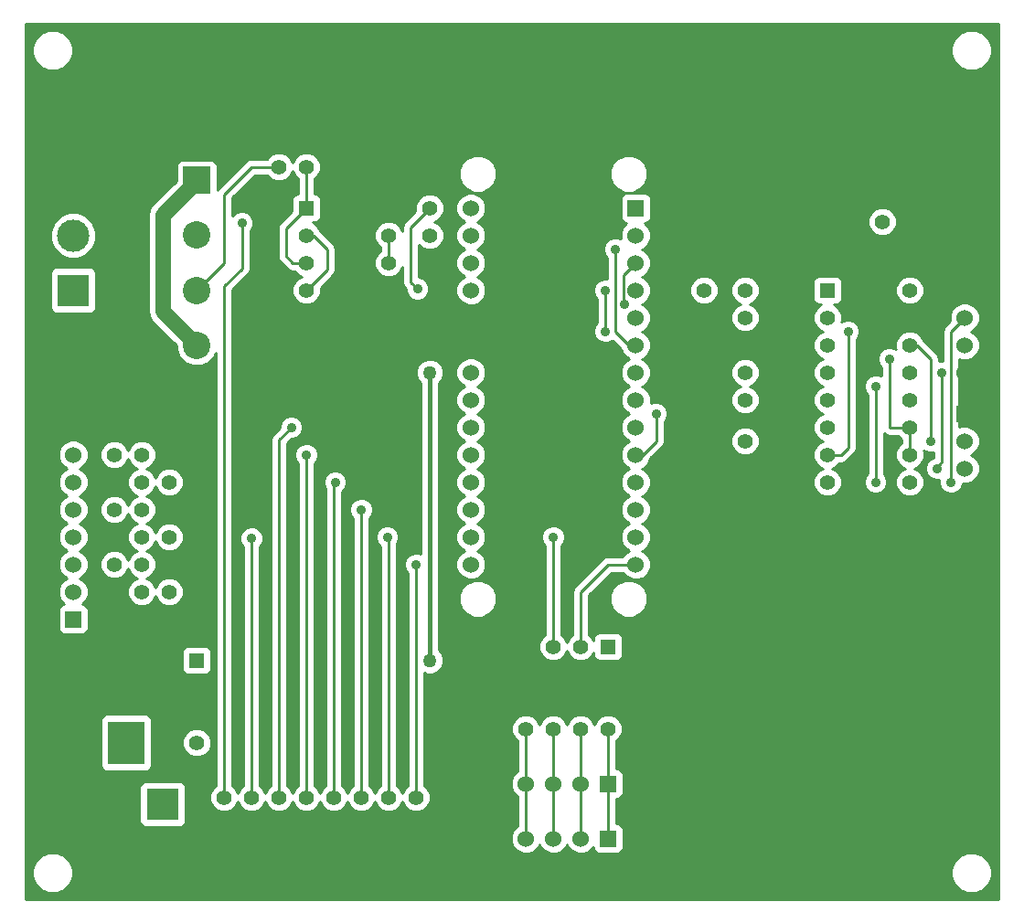
<source format=gbl>
G04 (created by PCBNEW (2013-june-11)-stable) date Thu 26 Jul 2018 16:45:45 EDT*
%MOIN*%
G04 Gerber Fmt 3.4, Leading zero omitted, Abs format*
%FSLAX34Y34*%
G01*
G70*
G90*
G04 APERTURE LIST*
%ADD10C,0.00590551*%
%ADD11R,0.06X0.06*%
%ADD12C,0.06*%
%ADD13C,0.055*%
%ADD14R,0.1181X0.1181*%
%ADD15C,0.1181*%
%ADD16R,0.1X0.1*%
%ADD17C,0.1*%
%ADD18R,0.056X0.056*%
%ADD19C,0.056*%
%ADD20R,0.055X0.055*%
%ADD21R,0.1378X0.15748*%
%ADD22R,0.1378X0.1378*%
%ADD23C,0.035*%
%ADD24C,0.05*%
%ADD25C,0.01*%
%ADD26C,0.0551181*%
%ADD27C,0.015748*%
G04 APERTURE END LIST*
G54D10*
G54D11*
X35000Y-67000D03*
G54D12*
X35000Y-66000D03*
X35000Y-65000D03*
X35000Y-64000D03*
X35000Y-63000D03*
X35000Y-62000D03*
X35000Y-61000D03*
X35000Y-60000D03*
G54D13*
X36500Y-61000D03*
X37500Y-61000D03*
X37500Y-62000D03*
X38500Y-62000D03*
X36500Y-63000D03*
X37500Y-63000D03*
X37500Y-64000D03*
X38500Y-64000D03*
X36500Y-65000D03*
X37500Y-65000D03*
X37500Y-66000D03*
X38500Y-66000D03*
X48000Y-52000D03*
X48000Y-53000D03*
X42500Y-50500D03*
X43500Y-50500D03*
G54D11*
X54500Y-75000D03*
G54D12*
X53500Y-75000D03*
X52500Y-75000D03*
X51500Y-75000D03*
X50500Y-75000D03*
G54D11*
X54500Y-73000D03*
G54D12*
X53500Y-73000D03*
X52500Y-73000D03*
X51500Y-73000D03*
X50500Y-73000D03*
G54D11*
X67500Y-55000D03*
G54D12*
X67500Y-56000D03*
X67500Y-57000D03*
X67500Y-58000D03*
G54D11*
X67500Y-59500D03*
G54D12*
X67500Y-60500D03*
X67500Y-61500D03*
X67500Y-62500D03*
G54D14*
X35000Y-55000D03*
G54D15*
X35000Y-53000D03*
G54D12*
X55503Y-58000D03*
X55503Y-57000D03*
X55503Y-56000D03*
X55503Y-55000D03*
X55503Y-54000D03*
X55503Y-53000D03*
G54D11*
X55503Y-52000D03*
G54D12*
X55503Y-59000D03*
X55503Y-60000D03*
X55503Y-61000D03*
X55503Y-62000D03*
X55503Y-63000D03*
X55503Y-64000D03*
X55503Y-65000D03*
X49496Y-65000D03*
X49496Y-64000D03*
X49496Y-63000D03*
X49496Y-62000D03*
X49496Y-61000D03*
X49496Y-60000D03*
X49496Y-59000D03*
X49496Y-58000D03*
X49496Y-57000D03*
X49496Y-56000D03*
X49496Y-55000D03*
X49496Y-54000D03*
X49496Y-53000D03*
X49496Y-52000D03*
G54D16*
X39500Y-50988D03*
G54D17*
X39500Y-52996D03*
X39500Y-55003D03*
X39500Y-57011D03*
G54D18*
X39500Y-68500D03*
G54D19*
X39500Y-71500D03*
G54D20*
X43500Y-52000D03*
G54D13*
X43500Y-53000D03*
X43500Y-54000D03*
X43500Y-55000D03*
X46500Y-55000D03*
X46500Y-54000D03*
X46500Y-53000D03*
X46500Y-52000D03*
G54D20*
X54500Y-68000D03*
G54D13*
X53500Y-68000D03*
X52500Y-68000D03*
X51500Y-68000D03*
X51500Y-71000D03*
X52500Y-71000D03*
X53500Y-71000D03*
X54500Y-71000D03*
G54D20*
X62500Y-55000D03*
G54D13*
X62500Y-56000D03*
X62500Y-57000D03*
X62500Y-58000D03*
X62500Y-59000D03*
X62500Y-60000D03*
X62500Y-61000D03*
X62500Y-62000D03*
X65500Y-62000D03*
X65500Y-61000D03*
X65500Y-60000D03*
X65500Y-59000D03*
X65500Y-58000D03*
X65500Y-57000D03*
X65500Y-56000D03*
X65500Y-55000D03*
X59500Y-55000D03*
X59500Y-56000D03*
X59500Y-58000D03*
X59500Y-59000D03*
X58000Y-55000D03*
X58000Y-56000D03*
X59500Y-60500D03*
X59500Y-61500D03*
X64500Y-52500D03*
X63500Y-52500D03*
G54D21*
X36940Y-71500D03*
G54D22*
X34578Y-71500D03*
G54D20*
X40500Y-76500D03*
G54D13*
X41500Y-76500D03*
X42500Y-76500D03*
X43500Y-76500D03*
X44500Y-76500D03*
X45500Y-76500D03*
X46500Y-76500D03*
X47500Y-76500D03*
X47500Y-73500D03*
X46500Y-73500D03*
X45500Y-73500D03*
X44500Y-73500D03*
X43500Y-73500D03*
X42500Y-73500D03*
X41500Y-73500D03*
X40500Y-73500D03*
G54D14*
X38250Y-73750D03*
G54D15*
X36250Y-73750D03*
G54D23*
X47550Y-54950D03*
X66250Y-60500D03*
X56250Y-59500D03*
X64250Y-62000D03*
X64250Y-58500D03*
X45500Y-63000D03*
X46450Y-64000D03*
X47500Y-65000D03*
X67000Y-62000D03*
X41150Y-52550D03*
X41500Y-64050D03*
X42950Y-60000D03*
X43500Y-61000D03*
X44550Y-62000D03*
X64750Y-57500D03*
X54750Y-53500D03*
X66650Y-58000D03*
X66500Y-61500D03*
X54400Y-55000D03*
X54400Y-56500D03*
X55100Y-55500D03*
X63250Y-56500D03*
G54D24*
X48000Y-58000D03*
X48000Y-68500D03*
G54D23*
X52500Y-64000D03*
G54D25*
X48000Y-52000D02*
X47300Y-52700D01*
X47300Y-54700D02*
X47550Y-54950D01*
X47300Y-52700D02*
X47300Y-54700D01*
X65750Y-57000D02*
X65500Y-57000D01*
X66250Y-57500D02*
X65750Y-57000D01*
X66250Y-60500D02*
X66250Y-57500D01*
X55750Y-61000D02*
X55503Y-61000D01*
X56250Y-60500D02*
X55750Y-61000D01*
X56250Y-59500D02*
X56250Y-60500D01*
X64250Y-58500D02*
X64250Y-62000D01*
X45500Y-63000D02*
X45500Y-73500D01*
X46500Y-73500D02*
X46500Y-64050D01*
X46500Y-64050D02*
X46450Y-64000D01*
X47500Y-65000D02*
X47500Y-73500D01*
X67500Y-56000D02*
X67000Y-56500D01*
X67000Y-56500D02*
X67000Y-62000D01*
X40500Y-73500D02*
X40500Y-54850D01*
X41150Y-54200D02*
X41150Y-52550D01*
X40500Y-54850D02*
X41150Y-54200D01*
X41500Y-64050D02*
X41500Y-73500D01*
X42500Y-73500D02*
X42500Y-60450D01*
X42500Y-60450D02*
X42950Y-60000D01*
X43500Y-61000D02*
X43500Y-73500D01*
X44500Y-73500D02*
X44500Y-62050D01*
X44500Y-62050D02*
X44550Y-62000D01*
X53500Y-73000D02*
X53500Y-75000D01*
X53500Y-71000D02*
X53500Y-73000D01*
X52500Y-73000D02*
X52500Y-75000D01*
X52500Y-71000D02*
X52500Y-73000D01*
X54500Y-73000D02*
X54500Y-75000D01*
X54500Y-71000D02*
X54500Y-73000D01*
X65500Y-60000D02*
X65500Y-61000D01*
X64750Y-60000D02*
X65500Y-60000D01*
X64750Y-57500D02*
X64750Y-60000D01*
X55250Y-57000D02*
X55503Y-57000D01*
X54750Y-56500D02*
X55250Y-57000D01*
X54750Y-53500D02*
X54750Y-56500D01*
X46500Y-53000D02*
X46500Y-54000D01*
X66500Y-61500D02*
X66650Y-61250D01*
X66650Y-61250D02*
X66650Y-58000D01*
X43500Y-53000D02*
X43750Y-53000D01*
X44250Y-54250D02*
X43500Y-55000D01*
X44250Y-53500D02*
X44250Y-54250D01*
X43750Y-53000D02*
X44250Y-53500D01*
G54D26*
X39500Y-50988D02*
X39500Y-51000D01*
X38250Y-55761D02*
X39500Y-57011D01*
X38250Y-52250D02*
X38250Y-55761D01*
X39500Y-51000D02*
X38250Y-52250D01*
G54D25*
X54400Y-56500D02*
X54400Y-55000D01*
X55050Y-54453D02*
X55503Y-54000D01*
X55050Y-55450D02*
X55050Y-54453D01*
X55100Y-55500D02*
X55050Y-55450D01*
X63000Y-61000D02*
X62500Y-61000D01*
X63250Y-60750D02*
X63000Y-61000D01*
X63250Y-56500D02*
X63250Y-60750D01*
G54D27*
X48000Y-68500D02*
X48000Y-58000D01*
G54D25*
X39500Y-55003D02*
X39500Y-55000D01*
X41500Y-50500D02*
X42500Y-50500D01*
X40500Y-51500D02*
X41500Y-50500D01*
X40500Y-54000D02*
X40500Y-51500D01*
X39500Y-55000D02*
X40500Y-54000D01*
X43500Y-50500D02*
X43500Y-52000D01*
X43500Y-52000D02*
X42750Y-52750D01*
X42750Y-52750D02*
X42750Y-53750D01*
X42750Y-53750D02*
X43000Y-54000D01*
X43000Y-54000D02*
X43500Y-54000D01*
X52500Y-68000D02*
X52500Y-64000D01*
X53500Y-68000D02*
X53500Y-66000D01*
X54500Y-65000D02*
X55503Y-65000D01*
X53500Y-66000D02*
X54500Y-65000D01*
X51500Y-73000D02*
X51500Y-75000D01*
X51500Y-71000D02*
X51500Y-73000D01*
G54D10*
G36*
X68730Y-77230D02*
X68492Y-77230D01*
X68492Y-76103D01*
X68492Y-46103D01*
X68379Y-45830D01*
X68170Y-45621D01*
X67898Y-45508D01*
X67603Y-45507D01*
X67330Y-45620D01*
X67121Y-45829D01*
X67008Y-46101D01*
X67007Y-46396D01*
X67120Y-46669D01*
X67329Y-46878D01*
X67601Y-46991D01*
X67896Y-46992D01*
X68169Y-46879D01*
X68378Y-46670D01*
X68491Y-46398D01*
X68492Y-46103D01*
X68492Y-76103D01*
X68379Y-75830D01*
X68170Y-75621D01*
X68050Y-75571D01*
X68050Y-61391D01*
X67966Y-61188D01*
X67811Y-61034D01*
X67730Y-61000D01*
X67811Y-60966D01*
X67965Y-60811D01*
X68049Y-60609D01*
X68050Y-60391D01*
X67966Y-60188D01*
X67811Y-60034D01*
X67609Y-59950D01*
X67391Y-59949D01*
X67300Y-59987D01*
X67300Y-57512D01*
X67390Y-57549D01*
X67608Y-57550D01*
X67811Y-57466D01*
X67965Y-57311D01*
X68049Y-57109D01*
X68050Y-56891D01*
X67966Y-56688D01*
X67811Y-56534D01*
X67730Y-56500D01*
X67811Y-56466D01*
X67965Y-56311D01*
X68049Y-56109D01*
X68050Y-55891D01*
X67966Y-55688D01*
X67811Y-55534D01*
X67609Y-55450D01*
X67391Y-55449D01*
X67188Y-55533D01*
X67034Y-55688D01*
X66950Y-55890D01*
X66949Y-56108D01*
X66954Y-56120D01*
X66787Y-56287D01*
X66722Y-56385D01*
X66700Y-56500D01*
X66700Y-57575D01*
X66565Y-57574D01*
X66550Y-57581D01*
X66550Y-57500D01*
X66527Y-57385D01*
X66462Y-57287D01*
X66462Y-57287D01*
X66025Y-56850D01*
X66025Y-54896D01*
X65945Y-54703D01*
X65797Y-54555D01*
X65604Y-54475D01*
X65396Y-54474D01*
X65203Y-54554D01*
X65055Y-54702D01*
X65025Y-54774D01*
X65025Y-52396D01*
X64945Y-52203D01*
X64797Y-52055D01*
X64604Y-51975D01*
X64396Y-51974D01*
X64203Y-52054D01*
X64055Y-52202D01*
X63975Y-52395D01*
X63974Y-52603D01*
X64054Y-52797D01*
X64202Y-52944D01*
X64395Y-53024D01*
X64603Y-53025D01*
X64797Y-52945D01*
X64944Y-52797D01*
X65024Y-52604D01*
X65025Y-52396D01*
X65025Y-54774D01*
X64975Y-54895D01*
X64974Y-55103D01*
X65054Y-55297D01*
X65202Y-55444D01*
X65395Y-55524D01*
X65603Y-55525D01*
X65797Y-55445D01*
X65944Y-55297D01*
X66024Y-55104D01*
X66025Y-54896D01*
X66025Y-56850D01*
X65993Y-56818D01*
X65945Y-56703D01*
X65797Y-56555D01*
X65604Y-56475D01*
X65396Y-56474D01*
X65203Y-56554D01*
X65055Y-56702D01*
X64975Y-56895D01*
X64974Y-57103D01*
X64989Y-57139D01*
X64834Y-57075D01*
X64665Y-57074D01*
X64509Y-57139D01*
X64389Y-57258D01*
X64325Y-57415D01*
X64324Y-57584D01*
X64389Y-57740D01*
X64450Y-57801D01*
X64450Y-58122D01*
X64334Y-58075D01*
X64165Y-58074D01*
X64009Y-58139D01*
X63889Y-58258D01*
X63825Y-58415D01*
X63824Y-58584D01*
X63889Y-58740D01*
X63950Y-58801D01*
X63950Y-61698D01*
X63889Y-61758D01*
X63825Y-61915D01*
X63824Y-62084D01*
X63889Y-62240D01*
X64008Y-62360D01*
X64165Y-62424D01*
X64334Y-62425D01*
X64490Y-62360D01*
X64610Y-62241D01*
X64674Y-62084D01*
X64675Y-61915D01*
X64610Y-61759D01*
X64550Y-61698D01*
X64550Y-60220D01*
X64635Y-60277D01*
X64750Y-60300D01*
X65057Y-60300D01*
X65200Y-60442D01*
X65200Y-60557D01*
X65055Y-60702D01*
X64975Y-60895D01*
X64974Y-61103D01*
X65054Y-61297D01*
X65202Y-61444D01*
X65335Y-61500D01*
X65203Y-61554D01*
X65055Y-61702D01*
X64975Y-61895D01*
X64974Y-62103D01*
X65054Y-62297D01*
X65202Y-62444D01*
X65395Y-62524D01*
X65603Y-62525D01*
X65797Y-62445D01*
X65944Y-62297D01*
X66024Y-62104D01*
X66025Y-61896D01*
X65945Y-61703D01*
X65797Y-61555D01*
X65664Y-61499D01*
X65797Y-61445D01*
X65944Y-61297D01*
X66024Y-61104D01*
X66025Y-60896D01*
X66010Y-60860D01*
X66165Y-60924D01*
X66334Y-60925D01*
X66350Y-60918D01*
X66350Y-61102D01*
X66259Y-61139D01*
X66139Y-61258D01*
X66075Y-61415D01*
X66074Y-61584D01*
X66139Y-61740D01*
X66258Y-61860D01*
X66415Y-61924D01*
X66575Y-61925D01*
X66574Y-62084D01*
X66639Y-62240D01*
X66758Y-62360D01*
X66915Y-62424D01*
X67084Y-62425D01*
X67240Y-62360D01*
X67360Y-62241D01*
X67424Y-62084D01*
X67424Y-62049D01*
X67608Y-62050D01*
X67811Y-61966D01*
X67965Y-61811D01*
X68049Y-61609D01*
X68050Y-61391D01*
X68050Y-75571D01*
X67898Y-75508D01*
X67603Y-75507D01*
X67330Y-75620D01*
X67121Y-75829D01*
X67008Y-76101D01*
X67007Y-76396D01*
X67120Y-76669D01*
X67329Y-76878D01*
X67601Y-76991D01*
X67896Y-76992D01*
X68169Y-76879D01*
X68378Y-76670D01*
X68491Y-76398D01*
X68492Y-76103D01*
X68492Y-77230D01*
X63675Y-77230D01*
X63675Y-56415D01*
X63610Y-56259D01*
X63491Y-56139D01*
X63334Y-56075D01*
X63165Y-56074D01*
X63010Y-56139D01*
X63024Y-56104D01*
X63025Y-55896D01*
X62945Y-55703D01*
X62797Y-55555D01*
X62725Y-55525D01*
X62824Y-55525D01*
X62916Y-55487D01*
X62986Y-55416D01*
X63024Y-55324D01*
X63025Y-55225D01*
X63025Y-54675D01*
X62987Y-54583D01*
X62916Y-54513D01*
X62824Y-54475D01*
X62725Y-54474D01*
X62175Y-54474D01*
X62083Y-54512D01*
X62013Y-54583D01*
X61975Y-54675D01*
X61974Y-54774D01*
X61974Y-55324D01*
X62012Y-55416D01*
X62083Y-55486D01*
X62175Y-55524D01*
X62274Y-55525D01*
X62274Y-55525D01*
X62203Y-55554D01*
X62055Y-55702D01*
X61975Y-55895D01*
X61974Y-56103D01*
X62054Y-56297D01*
X62202Y-56444D01*
X62335Y-56500D01*
X62203Y-56554D01*
X62055Y-56702D01*
X61975Y-56895D01*
X61974Y-57103D01*
X62054Y-57297D01*
X62202Y-57444D01*
X62335Y-57500D01*
X62203Y-57554D01*
X62055Y-57702D01*
X61975Y-57895D01*
X61974Y-58103D01*
X62054Y-58297D01*
X62202Y-58444D01*
X62335Y-58500D01*
X62203Y-58554D01*
X62055Y-58702D01*
X61975Y-58895D01*
X61974Y-59103D01*
X62054Y-59297D01*
X62202Y-59444D01*
X62335Y-59500D01*
X62203Y-59554D01*
X62055Y-59702D01*
X61975Y-59895D01*
X61974Y-60103D01*
X62054Y-60297D01*
X62202Y-60444D01*
X62335Y-60500D01*
X62203Y-60554D01*
X62055Y-60702D01*
X61975Y-60895D01*
X61974Y-61103D01*
X62054Y-61297D01*
X62202Y-61444D01*
X62335Y-61500D01*
X62203Y-61554D01*
X62055Y-61702D01*
X61975Y-61895D01*
X61974Y-62103D01*
X62054Y-62297D01*
X62202Y-62444D01*
X62395Y-62524D01*
X62603Y-62525D01*
X62797Y-62445D01*
X62944Y-62297D01*
X63024Y-62104D01*
X63025Y-61896D01*
X62945Y-61703D01*
X62797Y-61555D01*
X62664Y-61499D01*
X62797Y-61445D01*
X62942Y-61300D01*
X63000Y-61300D01*
X63000Y-61299D01*
X63114Y-61277D01*
X63114Y-61277D01*
X63212Y-61212D01*
X63462Y-60962D01*
X63462Y-60962D01*
X63527Y-60864D01*
X63549Y-60750D01*
X63550Y-60750D01*
X63550Y-56801D01*
X63610Y-56741D01*
X63674Y-56584D01*
X63675Y-56415D01*
X63675Y-77230D01*
X60025Y-77230D01*
X60025Y-60396D01*
X60025Y-58896D01*
X59945Y-58703D01*
X59797Y-58555D01*
X59664Y-58499D01*
X59797Y-58445D01*
X59944Y-58297D01*
X60024Y-58104D01*
X60025Y-57896D01*
X60025Y-55896D01*
X59945Y-55703D01*
X59797Y-55555D01*
X59664Y-55499D01*
X59797Y-55445D01*
X59944Y-55297D01*
X60024Y-55104D01*
X60025Y-54896D01*
X59945Y-54703D01*
X59797Y-54555D01*
X59604Y-54475D01*
X59396Y-54474D01*
X59203Y-54554D01*
X59055Y-54702D01*
X58975Y-54895D01*
X58974Y-55103D01*
X59054Y-55297D01*
X59202Y-55444D01*
X59335Y-55500D01*
X59203Y-55554D01*
X59055Y-55702D01*
X58975Y-55895D01*
X58974Y-56103D01*
X59054Y-56297D01*
X59202Y-56444D01*
X59395Y-56524D01*
X59603Y-56525D01*
X59797Y-56445D01*
X59944Y-56297D01*
X60024Y-56104D01*
X60025Y-55896D01*
X60025Y-57896D01*
X59945Y-57703D01*
X59797Y-57555D01*
X59604Y-57475D01*
X59396Y-57474D01*
X59203Y-57554D01*
X59055Y-57702D01*
X58975Y-57895D01*
X58974Y-58103D01*
X59054Y-58297D01*
X59202Y-58444D01*
X59335Y-58500D01*
X59203Y-58554D01*
X59055Y-58702D01*
X58975Y-58895D01*
X58974Y-59103D01*
X59054Y-59297D01*
X59202Y-59444D01*
X59395Y-59524D01*
X59603Y-59525D01*
X59797Y-59445D01*
X59944Y-59297D01*
X60024Y-59104D01*
X60025Y-58896D01*
X60025Y-60396D01*
X59945Y-60203D01*
X59797Y-60055D01*
X59604Y-59975D01*
X59396Y-59974D01*
X59203Y-60054D01*
X59055Y-60202D01*
X58975Y-60395D01*
X58974Y-60603D01*
X59054Y-60797D01*
X59202Y-60944D01*
X59395Y-61024D01*
X59603Y-61025D01*
X59797Y-60945D01*
X59944Y-60797D01*
X60024Y-60604D01*
X60025Y-60396D01*
X60025Y-77230D01*
X58525Y-77230D01*
X58525Y-54896D01*
X58445Y-54703D01*
X58297Y-54555D01*
X58104Y-54475D01*
X57896Y-54474D01*
X57703Y-54554D01*
X57555Y-54702D01*
X57475Y-54895D01*
X57474Y-55103D01*
X57554Y-55297D01*
X57702Y-55444D01*
X57895Y-55524D01*
X58103Y-55525D01*
X58297Y-55445D01*
X58444Y-55297D01*
X58524Y-55104D01*
X58525Y-54896D01*
X58525Y-77230D01*
X56675Y-77230D01*
X56675Y-59415D01*
X56610Y-59259D01*
X56491Y-59139D01*
X56334Y-59075D01*
X56165Y-59074D01*
X56048Y-59123D01*
X56053Y-59109D01*
X56054Y-58891D01*
X55970Y-58688D01*
X55815Y-58534D01*
X55734Y-58500D01*
X55815Y-58466D01*
X55969Y-58311D01*
X56053Y-58109D01*
X56054Y-57891D01*
X55970Y-57688D01*
X55815Y-57534D01*
X55734Y-57500D01*
X55815Y-57466D01*
X55969Y-57311D01*
X56053Y-57109D01*
X56054Y-56891D01*
X55970Y-56688D01*
X55815Y-56534D01*
X55734Y-56500D01*
X55815Y-56466D01*
X55969Y-56311D01*
X56053Y-56109D01*
X56054Y-55891D01*
X55970Y-55688D01*
X55815Y-55534D01*
X55734Y-55500D01*
X55815Y-55466D01*
X55969Y-55311D01*
X56053Y-55109D01*
X56054Y-54891D01*
X55970Y-54688D01*
X55815Y-54534D01*
X55734Y-54500D01*
X55815Y-54466D01*
X55969Y-54311D01*
X56053Y-54109D01*
X56054Y-53891D01*
X55970Y-53688D01*
X55815Y-53534D01*
X55734Y-53500D01*
X55815Y-53466D01*
X55969Y-53311D01*
X56053Y-53109D01*
X56054Y-52891D01*
X55970Y-52688D01*
X55831Y-52550D01*
X55853Y-52550D01*
X55945Y-52512D01*
X56015Y-52441D01*
X56053Y-52349D01*
X56053Y-52250D01*
X56053Y-51650D01*
X56016Y-51558D01*
X55945Y-51488D01*
X55933Y-51482D01*
X55933Y-50614D01*
X55829Y-50363D01*
X55637Y-50171D01*
X55386Y-50067D01*
X55114Y-50066D01*
X54863Y-50170D01*
X54671Y-50362D01*
X54567Y-50613D01*
X54566Y-50885D01*
X54670Y-51136D01*
X54862Y-51328D01*
X55113Y-51432D01*
X55385Y-51433D01*
X55636Y-51329D01*
X55828Y-51137D01*
X55932Y-50886D01*
X55933Y-50614D01*
X55933Y-51482D01*
X55853Y-51450D01*
X55754Y-51449D01*
X55154Y-51449D01*
X55062Y-51487D01*
X54992Y-51558D01*
X54953Y-51650D01*
X54953Y-51749D01*
X54953Y-52349D01*
X54991Y-52441D01*
X55062Y-52511D01*
X55153Y-52549D01*
X55176Y-52549D01*
X55037Y-52688D01*
X54954Y-52890D01*
X54953Y-53108D01*
X54961Y-53127D01*
X54834Y-53075D01*
X54665Y-53074D01*
X54509Y-53139D01*
X54389Y-53258D01*
X54325Y-53415D01*
X54324Y-53584D01*
X54389Y-53740D01*
X54450Y-53801D01*
X54450Y-54575D01*
X54315Y-54574D01*
X54159Y-54639D01*
X54039Y-54758D01*
X53975Y-54915D01*
X53974Y-55084D01*
X54039Y-55240D01*
X54100Y-55301D01*
X54100Y-56198D01*
X54039Y-56258D01*
X53975Y-56415D01*
X53974Y-56584D01*
X54039Y-56740D01*
X54158Y-56860D01*
X54315Y-56924D01*
X54484Y-56925D01*
X54640Y-56860D01*
X54663Y-56837D01*
X54967Y-57141D01*
X55037Y-57311D01*
X55191Y-57465D01*
X55273Y-57499D01*
X55192Y-57533D01*
X55037Y-57688D01*
X54954Y-57890D01*
X54953Y-58108D01*
X55037Y-58311D01*
X55191Y-58465D01*
X55273Y-58499D01*
X55192Y-58533D01*
X55037Y-58688D01*
X54954Y-58890D01*
X54953Y-59108D01*
X55037Y-59311D01*
X55191Y-59465D01*
X55273Y-59499D01*
X55192Y-59533D01*
X55037Y-59688D01*
X54954Y-59890D01*
X54953Y-60108D01*
X55037Y-60311D01*
X55191Y-60465D01*
X55273Y-60499D01*
X55192Y-60533D01*
X55037Y-60688D01*
X54954Y-60890D01*
X54953Y-61108D01*
X55037Y-61311D01*
X55191Y-61465D01*
X55273Y-61499D01*
X55192Y-61533D01*
X55037Y-61688D01*
X54954Y-61890D01*
X54953Y-62108D01*
X55037Y-62311D01*
X55191Y-62465D01*
X55273Y-62499D01*
X55192Y-62533D01*
X55037Y-62688D01*
X54954Y-62890D01*
X54953Y-63108D01*
X55037Y-63311D01*
X55191Y-63465D01*
X55273Y-63499D01*
X55192Y-63533D01*
X55037Y-63688D01*
X54954Y-63890D01*
X54953Y-64108D01*
X55037Y-64311D01*
X55191Y-64465D01*
X55273Y-64499D01*
X55192Y-64533D01*
X55037Y-64688D01*
X55032Y-64700D01*
X54500Y-64700D01*
X54385Y-64722D01*
X54287Y-64787D01*
X53287Y-65787D01*
X53222Y-65885D01*
X53200Y-66000D01*
X53200Y-67557D01*
X53055Y-67702D01*
X52999Y-67835D01*
X52945Y-67703D01*
X52800Y-67557D01*
X52800Y-64301D01*
X52860Y-64241D01*
X52924Y-64084D01*
X52925Y-63915D01*
X52860Y-63759D01*
X52741Y-63639D01*
X52584Y-63575D01*
X52415Y-63574D01*
X52259Y-63639D01*
X52139Y-63758D01*
X52075Y-63915D01*
X52074Y-64084D01*
X52139Y-64240D01*
X52200Y-64301D01*
X52200Y-67557D01*
X52055Y-67702D01*
X51975Y-67895D01*
X51974Y-68103D01*
X52054Y-68297D01*
X52202Y-68444D01*
X52395Y-68524D01*
X52603Y-68525D01*
X52797Y-68445D01*
X52944Y-68297D01*
X53000Y-68164D01*
X53054Y-68297D01*
X53202Y-68444D01*
X53395Y-68524D01*
X53603Y-68525D01*
X53797Y-68445D01*
X53944Y-68297D01*
X53974Y-68225D01*
X53974Y-68324D01*
X54012Y-68416D01*
X54083Y-68486D01*
X54175Y-68524D01*
X54274Y-68525D01*
X54824Y-68525D01*
X54916Y-68487D01*
X54986Y-68416D01*
X55024Y-68324D01*
X55025Y-68225D01*
X55025Y-67675D01*
X54987Y-67583D01*
X54916Y-67513D01*
X54824Y-67475D01*
X54725Y-67474D01*
X54175Y-67474D01*
X54083Y-67512D01*
X54013Y-67583D01*
X53975Y-67675D01*
X53974Y-67774D01*
X53974Y-67774D01*
X53945Y-67703D01*
X53800Y-67557D01*
X53800Y-66124D01*
X54624Y-65300D01*
X55032Y-65300D01*
X55037Y-65311D01*
X55191Y-65465D01*
X55394Y-65549D01*
X55612Y-65550D01*
X55815Y-65466D01*
X55969Y-65311D01*
X56053Y-65109D01*
X56054Y-64891D01*
X55970Y-64688D01*
X55815Y-64534D01*
X55734Y-64500D01*
X55815Y-64466D01*
X55969Y-64311D01*
X56053Y-64109D01*
X56054Y-63891D01*
X55970Y-63688D01*
X55815Y-63534D01*
X55734Y-63500D01*
X55815Y-63466D01*
X55969Y-63311D01*
X56053Y-63109D01*
X56054Y-62891D01*
X55970Y-62688D01*
X55815Y-62534D01*
X55734Y-62500D01*
X55815Y-62466D01*
X55969Y-62311D01*
X56053Y-62109D01*
X56054Y-61891D01*
X55970Y-61688D01*
X55815Y-61534D01*
X55734Y-61500D01*
X55815Y-61466D01*
X55969Y-61311D01*
X56046Y-61127D01*
X56462Y-60712D01*
X56462Y-60712D01*
X56527Y-60614D01*
X56549Y-60500D01*
X56550Y-60500D01*
X56550Y-59801D01*
X56610Y-59741D01*
X56674Y-59584D01*
X56675Y-59415D01*
X56675Y-77230D01*
X55933Y-77230D01*
X55933Y-66114D01*
X55829Y-65863D01*
X55637Y-65671D01*
X55386Y-65567D01*
X55114Y-65566D01*
X54863Y-65670D01*
X54671Y-65862D01*
X54567Y-66113D01*
X54566Y-66385D01*
X54670Y-66636D01*
X54862Y-66828D01*
X55113Y-66932D01*
X55385Y-66933D01*
X55636Y-66829D01*
X55828Y-66637D01*
X55932Y-66386D01*
X55933Y-66114D01*
X55933Y-77230D01*
X55050Y-77230D01*
X55050Y-75250D01*
X55050Y-74650D01*
X55012Y-74558D01*
X54941Y-74488D01*
X54849Y-74450D01*
X54800Y-74450D01*
X54800Y-73550D01*
X54849Y-73550D01*
X54941Y-73512D01*
X55011Y-73441D01*
X55049Y-73349D01*
X55050Y-73250D01*
X55050Y-72650D01*
X55012Y-72558D01*
X54941Y-72488D01*
X54849Y-72450D01*
X54800Y-72450D01*
X54800Y-71442D01*
X54944Y-71297D01*
X55024Y-71104D01*
X55025Y-70896D01*
X54945Y-70703D01*
X54797Y-70555D01*
X54604Y-70475D01*
X54396Y-70474D01*
X54203Y-70554D01*
X54055Y-70702D01*
X53999Y-70835D01*
X53945Y-70703D01*
X53797Y-70555D01*
X53604Y-70475D01*
X53396Y-70474D01*
X53203Y-70554D01*
X53055Y-70702D01*
X52999Y-70835D01*
X52945Y-70703D01*
X52797Y-70555D01*
X52604Y-70475D01*
X52396Y-70474D01*
X52203Y-70554D01*
X52055Y-70702D01*
X51999Y-70835D01*
X51945Y-70703D01*
X51797Y-70555D01*
X51604Y-70475D01*
X51396Y-70474D01*
X51203Y-70554D01*
X51055Y-70702D01*
X50975Y-70895D01*
X50974Y-71103D01*
X51054Y-71297D01*
X51200Y-71442D01*
X51200Y-72528D01*
X51188Y-72533D01*
X51034Y-72688D01*
X50950Y-72890D01*
X50949Y-73108D01*
X51033Y-73311D01*
X51188Y-73465D01*
X51200Y-73470D01*
X51200Y-74528D01*
X51188Y-74533D01*
X51034Y-74688D01*
X50950Y-74890D01*
X50949Y-75108D01*
X51033Y-75311D01*
X51188Y-75465D01*
X51390Y-75549D01*
X51608Y-75550D01*
X51811Y-75466D01*
X51965Y-75311D01*
X51999Y-75230D01*
X52033Y-75311D01*
X52188Y-75465D01*
X52390Y-75549D01*
X52608Y-75550D01*
X52811Y-75466D01*
X52965Y-75311D01*
X52999Y-75230D01*
X53033Y-75311D01*
X53188Y-75465D01*
X53390Y-75549D01*
X53608Y-75550D01*
X53811Y-75466D01*
X53949Y-75327D01*
X53949Y-75349D01*
X53987Y-75441D01*
X54058Y-75511D01*
X54150Y-75549D01*
X54249Y-75550D01*
X54849Y-75550D01*
X54941Y-75512D01*
X55011Y-75441D01*
X55049Y-75349D01*
X55050Y-75250D01*
X55050Y-77230D01*
X50433Y-77230D01*
X50433Y-66114D01*
X50433Y-50614D01*
X50329Y-50363D01*
X50137Y-50171D01*
X49886Y-50067D01*
X49614Y-50066D01*
X49363Y-50170D01*
X49171Y-50362D01*
X49067Y-50613D01*
X49066Y-50885D01*
X49170Y-51136D01*
X49362Y-51328D01*
X49613Y-51432D01*
X49885Y-51433D01*
X50136Y-51329D01*
X50328Y-51137D01*
X50432Y-50886D01*
X50433Y-50614D01*
X50433Y-66114D01*
X50329Y-65863D01*
X50137Y-65671D01*
X50046Y-65633D01*
X50046Y-64891D01*
X49962Y-64688D01*
X49808Y-64534D01*
X49726Y-64500D01*
X49807Y-64466D01*
X49962Y-64311D01*
X50045Y-64109D01*
X50046Y-63891D01*
X49962Y-63688D01*
X49808Y-63534D01*
X49726Y-63500D01*
X49807Y-63466D01*
X49962Y-63311D01*
X50045Y-63109D01*
X50046Y-62891D01*
X49962Y-62688D01*
X49808Y-62534D01*
X49726Y-62500D01*
X49807Y-62466D01*
X49962Y-62311D01*
X50045Y-62109D01*
X50046Y-61891D01*
X49962Y-61688D01*
X49808Y-61534D01*
X49726Y-61500D01*
X49807Y-61466D01*
X49962Y-61311D01*
X50045Y-61109D01*
X50046Y-60891D01*
X49962Y-60688D01*
X49808Y-60534D01*
X49726Y-60500D01*
X49807Y-60466D01*
X49962Y-60311D01*
X50045Y-60109D01*
X50046Y-59891D01*
X49962Y-59688D01*
X49808Y-59534D01*
X49726Y-59500D01*
X49807Y-59466D01*
X49962Y-59311D01*
X50045Y-59109D01*
X50046Y-58891D01*
X49962Y-58688D01*
X49808Y-58534D01*
X49726Y-58500D01*
X49807Y-58466D01*
X49962Y-58311D01*
X50045Y-58109D01*
X50046Y-57891D01*
X50046Y-54891D01*
X49962Y-54688D01*
X49808Y-54534D01*
X49726Y-54500D01*
X49807Y-54466D01*
X49962Y-54311D01*
X50045Y-54109D01*
X50046Y-53891D01*
X49962Y-53688D01*
X49808Y-53534D01*
X49726Y-53500D01*
X49807Y-53466D01*
X49962Y-53311D01*
X50045Y-53109D01*
X50046Y-52891D01*
X49962Y-52688D01*
X49808Y-52534D01*
X49726Y-52500D01*
X49807Y-52466D01*
X49962Y-52311D01*
X50045Y-52109D01*
X50046Y-51891D01*
X49962Y-51688D01*
X49808Y-51534D01*
X49605Y-51450D01*
X49387Y-51449D01*
X49184Y-51533D01*
X49030Y-51688D01*
X48946Y-51890D01*
X48945Y-52108D01*
X49029Y-52311D01*
X49184Y-52465D01*
X49265Y-52499D01*
X49184Y-52533D01*
X49030Y-52688D01*
X48946Y-52890D01*
X48945Y-53108D01*
X49029Y-53311D01*
X49184Y-53465D01*
X49265Y-53499D01*
X49184Y-53533D01*
X49030Y-53688D01*
X48946Y-53890D01*
X48945Y-54108D01*
X49029Y-54311D01*
X49184Y-54465D01*
X49265Y-54499D01*
X49184Y-54533D01*
X49030Y-54688D01*
X48946Y-54890D01*
X48945Y-55108D01*
X49029Y-55311D01*
X49184Y-55465D01*
X49386Y-55549D01*
X49604Y-55550D01*
X49807Y-55466D01*
X49962Y-55311D01*
X50045Y-55109D01*
X50046Y-54891D01*
X50046Y-57891D01*
X49962Y-57688D01*
X49808Y-57534D01*
X49605Y-57450D01*
X49387Y-57449D01*
X49184Y-57533D01*
X49030Y-57688D01*
X48946Y-57890D01*
X48945Y-58108D01*
X49029Y-58311D01*
X49184Y-58465D01*
X49265Y-58499D01*
X49184Y-58533D01*
X49030Y-58688D01*
X48946Y-58890D01*
X48945Y-59108D01*
X49029Y-59311D01*
X49184Y-59465D01*
X49265Y-59499D01*
X49184Y-59533D01*
X49030Y-59688D01*
X48946Y-59890D01*
X48945Y-60108D01*
X49029Y-60311D01*
X49184Y-60465D01*
X49265Y-60499D01*
X49184Y-60533D01*
X49030Y-60688D01*
X48946Y-60890D01*
X48945Y-61108D01*
X49029Y-61311D01*
X49184Y-61465D01*
X49265Y-61499D01*
X49184Y-61533D01*
X49030Y-61688D01*
X48946Y-61890D01*
X48945Y-62108D01*
X49029Y-62311D01*
X49184Y-62465D01*
X49265Y-62499D01*
X49184Y-62533D01*
X49030Y-62688D01*
X48946Y-62890D01*
X48945Y-63108D01*
X49029Y-63311D01*
X49184Y-63465D01*
X49265Y-63499D01*
X49184Y-63533D01*
X49030Y-63688D01*
X48946Y-63890D01*
X48945Y-64108D01*
X49029Y-64311D01*
X49184Y-64465D01*
X49265Y-64499D01*
X49184Y-64533D01*
X49030Y-64688D01*
X48946Y-64890D01*
X48945Y-65108D01*
X49029Y-65311D01*
X49184Y-65465D01*
X49386Y-65549D01*
X49604Y-65550D01*
X49807Y-65466D01*
X49962Y-65311D01*
X50045Y-65109D01*
X50046Y-64891D01*
X50046Y-65633D01*
X49886Y-65567D01*
X49614Y-65566D01*
X49363Y-65670D01*
X49171Y-65862D01*
X49067Y-66113D01*
X49066Y-66385D01*
X49170Y-66636D01*
X49362Y-66828D01*
X49613Y-66932D01*
X49885Y-66933D01*
X50136Y-66829D01*
X50328Y-66637D01*
X50432Y-66386D01*
X50433Y-66114D01*
X50433Y-77230D01*
X48525Y-77230D01*
X48525Y-52896D01*
X48445Y-52703D01*
X48297Y-52555D01*
X48164Y-52499D01*
X48297Y-52445D01*
X48444Y-52297D01*
X48524Y-52104D01*
X48525Y-51896D01*
X48445Y-51703D01*
X48297Y-51555D01*
X48104Y-51475D01*
X47896Y-51474D01*
X47703Y-51554D01*
X47555Y-51702D01*
X47475Y-51895D01*
X47474Y-52100D01*
X47087Y-52487D01*
X47022Y-52585D01*
X47000Y-52700D01*
X47000Y-52835D01*
X46945Y-52703D01*
X46797Y-52555D01*
X46604Y-52475D01*
X46396Y-52474D01*
X46203Y-52554D01*
X46055Y-52702D01*
X45975Y-52895D01*
X45974Y-53103D01*
X46054Y-53297D01*
X46200Y-53442D01*
X46200Y-53557D01*
X46055Y-53702D01*
X45975Y-53895D01*
X45974Y-54103D01*
X46054Y-54297D01*
X46202Y-54444D01*
X46395Y-54524D01*
X46603Y-54525D01*
X46797Y-54445D01*
X46944Y-54297D01*
X47000Y-54164D01*
X47000Y-54700D01*
X47022Y-54814D01*
X47087Y-54912D01*
X47125Y-54949D01*
X47124Y-55034D01*
X47189Y-55190D01*
X47308Y-55310D01*
X47465Y-55374D01*
X47634Y-55375D01*
X47790Y-55310D01*
X47910Y-55191D01*
X47974Y-55034D01*
X47975Y-54865D01*
X47910Y-54709D01*
X47791Y-54589D01*
X47634Y-54525D01*
X47600Y-54525D01*
X47600Y-53342D01*
X47702Y-53444D01*
X47895Y-53524D01*
X48103Y-53525D01*
X48297Y-53445D01*
X48444Y-53297D01*
X48524Y-53104D01*
X48525Y-52896D01*
X48525Y-77230D01*
X48500Y-77230D01*
X48500Y-68400D01*
X48424Y-68217D01*
X48328Y-68121D01*
X48328Y-58378D01*
X48423Y-58283D01*
X48499Y-58099D01*
X48500Y-57900D01*
X48424Y-57717D01*
X48283Y-57576D01*
X48099Y-57500D01*
X47900Y-57499D01*
X47717Y-57575D01*
X47576Y-57716D01*
X47500Y-57900D01*
X47499Y-58099D01*
X47575Y-58282D01*
X47671Y-58378D01*
X47671Y-64610D01*
X47584Y-64575D01*
X47415Y-64574D01*
X47259Y-64639D01*
X47139Y-64758D01*
X47075Y-64915D01*
X47074Y-65084D01*
X47139Y-65240D01*
X47200Y-65301D01*
X47200Y-73057D01*
X47055Y-73202D01*
X46999Y-73335D01*
X46945Y-73203D01*
X46800Y-73057D01*
X46800Y-64251D01*
X46810Y-64241D01*
X46874Y-64084D01*
X46875Y-63915D01*
X46810Y-63759D01*
X46691Y-63639D01*
X46534Y-63575D01*
X46365Y-63574D01*
X46209Y-63639D01*
X46089Y-63758D01*
X46025Y-63915D01*
X46024Y-64084D01*
X46089Y-64240D01*
X46200Y-64351D01*
X46200Y-73057D01*
X46055Y-73202D01*
X45999Y-73335D01*
X45945Y-73203D01*
X45800Y-73057D01*
X45800Y-63301D01*
X45860Y-63241D01*
X45924Y-63084D01*
X45925Y-62915D01*
X45860Y-62759D01*
X45741Y-62639D01*
X45584Y-62575D01*
X45415Y-62574D01*
X45259Y-62639D01*
X45139Y-62758D01*
X45075Y-62915D01*
X45074Y-63084D01*
X45139Y-63240D01*
X45200Y-63301D01*
X45200Y-73057D01*
X45055Y-73202D01*
X44999Y-73335D01*
X44945Y-73203D01*
X44800Y-73057D01*
X44800Y-62350D01*
X44910Y-62241D01*
X44974Y-62084D01*
X44975Y-61915D01*
X44910Y-61759D01*
X44791Y-61639D01*
X44634Y-61575D01*
X44465Y-61574D01*
X44309Y-61639D01*
X44189Y-61758D01*
X44125Y-61915D01*
X44124Y-62084D01*
X44189Y-62240D01*
X44200Y-62250D01*
X44200Y-73057D01*
X44055Y-73202D01*
X43999Y-73335D01*
X43945Y-73203D01*
X43800Y-73057D01*
X43800Y-61301D01*
X43860Y-61241D01*
X43924Y-61084D01*
X43925Y-60915D01*
X43860Y-60759D01*
X43741Y-60639D01*
X43584Y-60575D01*
X43415Y-60574D01*
X43259Y-60639D01*
X43139Y-60758D01*
X43075Y-60915D01*
X43074Y-61084D01*
X43139Y-61240D01*
X43200Y-61301D01*
X43200Y-73057D01*
X43055Y-73202D01*
X42999Y-73335D01*
X42945Y-73203D01*
X42800Y-73057D01*
X42800Y-60574D01*
X42949Y-60424D01*
X43034Y-60425D01*
X43190Y-60360D01*
X43310Y-60241D01*
X43374Y-60084D01*
X43375Y-59915D01*
X43310Y-59759D01*
X43191Y-59639D01*
X43034Y-59575D01*
X42865Y-59574D01*
X42709Y-59639D01*
X42589Y-59758D01*
X42525Y-59915D01*
X42524Y-60000D01*
X42287Y-60237D01*
X42222Y-60335D01*
X42200Y-60450D01*
X42200Y-73057D01*
X42055Y-73202D01*
X41999Y-73335D01*
X41945Y-73203D01*
X41800Y-73057D01*
X41800Y-64351D01*
X41860Y-64291D01*
X41924Y-64134D01*
X41925Y-63965D01*
X41860Y-63809D01*
X41741Y-63689D01*
X41584Y-63625D01*
X41415Y-63624D01*
X41259Y-63689D01*
X41139Y-63808D01*
X41075Y-63965D01*
X41074Y-64134D01*
X41139Y-64290D01*
X41200Y-64351D01*
X41200Y-73057D01*
X41055Y-73202D01*
X40999Y-73335D01*
X40945Y-73203D01*
X40800Y-73057D01*
X40800Y-54974D01*
X41362Y-54412D01*
X41362Y-54412D01*
X41427Y-54314D01*
X41449Y-54200D01*
X41450Y-54200D01*
X41450Y-52851D01*
X41510Y-52791D01*
X41574Y-52634D01*
X41575Y-52465D01*
X41510Y-52309D01*
X41391Y-52189D01*
X41234Y-52125D01*
X41065Y-52124D01*
X40909Y-52189D01*
X40800Y-52298D01*
X40800Y-51624D01*
X41624Y-50800D01*
X42057Y-50800D01*
X42202Y-50944D01*
X42395Y-51024D01*
X42603Y-51025D01*
X42797Y-50945D01*
X42944Y-50797D01*
X43000Y-50664D01*
X43054Y-50797D01*
X43200Y-50942D01*
X43200Y-51474D01*
X43175Y-51474D01*
X43083Y-51512D01*
X43013Y-51583D01*
X42975Y-51675D01*
X42974Y-51774D01*
X42974Y-52100D01*
X42537Y-52537D01*
X42472Y-52635D01*
X42450Y-52750D01*
X42450Y-53750D01*
X42472Y-53864D01*
X42537Y-53962D01*
X42787Y-54212D01*
X42787Y-54212D01*
X42885Y-54277D01*
X43000Y-54300D01*
X43057Y-54300D01*
X43202Y-54444D01*
X43335Y-54500D01*
X43203Y-54554D01*
X43055Y-54702D01*
X42975Y-54895D01*
X42974Y-55103D01*
X43054Y-55297D01*
X43202Y-55444D01*
X43395Y-55524D01*
X43603Y-55525D01*
X43797Y-55445D01*
X43944Y-55297D01*
X44024Y-55104D01*
X44025Y-54899D01*
X44462Y-54462D01*
X44462Y-54462D01*
X44527Y-54364D01*
X44549Y-54250D01*
X44550Y-54250D01*
X44550Y-53500D01*
X44527Y-53385D01*
X44462Y-53287D01*
X44462Y-53287D01*
X43993Y-52818D01*
X43945Y-52703D01*
X43797Y-52555D01*
X43725Y-52525D01*
X43824Y-52525D01*
X43916Y-52487D01*
X43986Y-52416D01*
X44024Y-52324D01*
X44025Y-52225D01*
X44025Y-51675D01*
X43987Y-51583D01*
X43916Y-51513D01*
X43824Y-51475D01*
X43800Y-51475D01*
X43800Y-50942D01*
X43944Y-50797D01*
X44024Y-50604D01*
X44025Y-50396D01*
X43945Y-50203D01*
X43797Y-50055D01*
X43604Y-49975D01*
X43396Y-49974D01*
X43203Y-50054D01*
X43055Y-50202D01*
X42999Y-50335D01*
X42945Y-50203D01*
X42797Y-50055D01*
X42604Y-49975D01*
X42396Y-49974D01*
X42203Y-50054D01*
X42057Y-50200D01*
X41500Y-50200D01*
X41385Y-50222D01*
X41287Y-50287D01*
X40287Y-51287D01*
X40250Y-51344D01*
X40250Y-50438D01*
X40212Y-50346D01*
X40141Y-50276D01*
X40049Y-50238D01*
X39950Y-50238D01*
X38950Y-50238D01*
X38858Y-50276D01*
X38788Y-50346D01*
X38750Y-50438D01*
X38749Y-50537D01*
X38749Y-51006D01*
X37878Y-51878D01*
X37764Y-52048D01*
X37724Y-52250D01*
X37724Y-52250D01*
X37724Y-55761D01*
X37724Y-55761D01*
X37764Y-55962D01*
X37878Y-56133D01*
X38750Y-57005D01*
X38749Y-57160D01*
X38863Y-57436D01*
X39074Y-57647D01*
X39350Y-57761D01*
X39648Y-57761D01*
X39924Y-57648D01*
X40135Y-57437D01*
X40200Y-57281D01*
X40200Y-73057D01*
X40055Y-73202D01*
X40030Y-73262D01*
X40030Y-71395D01*
X40030Y-71394D01*
X40030Y-68730D01*
X40030Y-68170D01*
X39992Y-68078D01*
X39921Y-68008D01*
X39829Y-67970D01*
X39730Y-67969D01*
X39170Y-67969D01*
X39078Y-68007D01*
X39025Y-68061D01*
X39025Y-65896D01*
X38945Y-65703D01*
X38797Y-65555D01*
X38604Y-65475D01*
X38396Y-65474D01*
X38203Y-65554D01*
X38055Y-65702D01*
X37999Y-65835D01*
X37945Y-65703D01*
X37797Y-65555D01*
X37664Y-65499D01*
X37797Y-65445D01*
X37944Y-65297D01*
X38024Y-65104D01*
X38025Y-64896D01*
X37945Y-64703D01*
X37797Y-64555D01*
X37664Y-64499D01*
X37797Y-64445D01*
X37944Y-64297D01*
X38000Y-64164D01*
X38054Y-64297D01*
X38202Y-64444D01*
X38395Y-64524D01*
X38603Y-64525D01*
X38797Y-64445D01*
X38944Y-64297D01*
X39024Y-64104D01*
X39025Y-63896D01*
X38945Y-63703D01*
X38797Y-63555D01*
X38604Y-63475D01*
X38396Y-63474D01*
X38203Y-63554D01*
X38055Y-63702D01*
X37999Y-63835D01*
X37945Y-63703D01*
X37797Y-63555D01*
X37664Y-63499D01*
X37797Y-63445D01*
X37944Y-63297D01*
X38024Y-63104D01*
X38025Y-62896D01*
X37945Y-62703D01*
X37797Y-62555D01*
X37664Y-62499D01*
X37797Y-62445D01*
X37944Y-62297D01*
X38000Y-62164D01*
X38054Y-62297D01*
X38202Y-62444D01*
X38395Y-62524D01*
X38603Y-62525D01*
X38797Y-62445D01*
X38944Y-62297D01*
X39024Y-62104D01*
X39025Y-61896D01*
X38945Y-61703D01*
X38797Y-61555D01*
X38604Y-61475D01*
X38396Y-61474D01*
X38203Y-61554D01*
X38055Y-61702D01*
X37999Y-61835D01*
X37945Y-61703D01*
X37797Y-61555D01*
X37664Y-61499D01*
X37797Y-61445D01*
X37944Y-61297D01*
X38024Y-61104D01*
X38025Y-60896D01*
X37945Y-60703D01*
X37797Y-60555D01*
X37604Y-60475D01*
X37396Y-60474D01*
X37203Y-60554D01*
X37055Y-60702D01*
X36999Y-60835D01*
X36945Y-60703D01*
X36797Y-60555D01*
X36604Y-60475D01*
X36396Y-60474D01*
X36203Y-60554D01*
X36055Y-60702D01*
X35975Y-60895D01*
X35974Y-61103D01*
X36054Y-61297D01*
X36202Y-61444D01*
X36395Y-61524D01*
X36603Y-61525D01*
X36797Y-61445D01*
X36944Y-61297D01*
X37000Y-61164D01*
X37054Y-61297D01*
X37202Y-61444D01*
X37335Y-61500D01*
X37203Y-61554D01*
X37055Y-61702D01*
X36975Y-61895D01*
X36974Y-62103D01*
X37054Y-62297D01*
X37202Y-62444D01*
X37335Y-62500D01*
X37203Y-62554D01*
X37055Y-62702D01*
X36999Y-62835D01*
X36945Y-62703D01*
X36797Y-62555D01*
X36604Y-62475D01*
X36396Y-62474D01*
X36203Y-62554D01*
X36055Y-62702D01*
X35975Y-62895D01*
X35974Y-63103D01*
X36054Y-63297D01*
X36202Y-63444D01*
X36395Y-63524D01*
X36603Y-63525D01*
X36797Y-63445D01*
X36944Y-63297D01*
X37000Y-63164D01*
X37054Y-63297D01*
X37202Y-63444D01*
X37335Y-63500D01*
X37203Y-63554D01*
X37055Y-63702D01*
X36975Y-63895D01*
X36974Y-64103D01*
X37054Y-64297D01*
X37202Y-64444D01*
X37335Y-64500D01*
X37203Y-64554D01*
X37055Y-64702D01*
X36999Y-64835D01*
X36945Y-64703D01*
X36797Y-64555D01*
X36604Y-64475D01*
X36396Y-64474D01*
X36203Y-64554D01*
X36055Y-64702D01*
X35975Y-64895D01*
X35974Y-65103D01*
X36054Y-65297D01*
X36202Y-65444D01*
X36395Y-65524D01*
X36603Y-65525D01*
X36797Y-65445D01*
X36944Y-65297D01*
X37000Y-65164D01*
X37054Y-65297D01*
X37202Y-65444D01*
X37335Y-65500D01*
X37203Y-65554D01*
X37055Y-65702D01*
X36975Y-65895D01*
X36974Y-66103D01*
X37054Y-66297D01*
X37202Y-66444D01*
X37395Y-66524D01*
X37603Y-66525D01*
X37797Y-66445D01*
X37944Y-66297D01*
X38000Y-66164D01*
X38054Y-66297D01*
X38202Y-66444D01*
X38395Y-66524D01*
X38603Y-66525D01*
X38797Y-66445D01*
X38944Y-66297D01*
X39024Y-66104D01*
X39025Y-65896D01*
X39025Y-68061D01*
X39008Y-68078D01*
X38970Y-68170D01*
X38969Y-68269D01*
X38969Y-68829D01*
X39007Y-68921D01*
X39078Y-68991D01*
X39170Y-69029D01*
X39269Y-69030D01*
X39829Y-69030D01*
X39921Y-68992D01*
X39991Y-68921D01*
X40029Y-68829D01*
X40030Y-68730D01*
X40030Y-71394D01*
X39949Y-71200D01*
X39800Y-71050D01*
X39605Y-70970D01*
X39395Y-70969D01*
X39200Y-71050D01*
X39050Y-71199D01*
X38970Y-71394D01*
X38969Y-71604D01*
X39050Y-71799D01*
X39199Y-71949D01*
X39394Y-72029D01*
X39604Y-72030D01*
X39799Y-71949D01*
X39949Y-71800D01*
X40029Y-71605D01*
X40030Y-71395D01*
X40030Y-73262D01*
X39975Y-73395D01*
X39974Y-73603D01*
X40054Y-73797D01*
X40202Y-73944D01*
X40395Y-74024D01*
X40603Y-74025D01*
X40797Y-73945D01*
X40944Y-73797D01*
X41000Y-73664D01*
X41054Y-73797D01*
X41202Y-73944D01*
X41395Y-74024D01*
X41603Y-74025D01*
X41797Y-73945D01*
X41944Y-73797D01*
X42000Y-73664D01*
X42054Y-73797D01*
X42202Y-73944D01*
X42395Y-74024D01*
X42603Y-74025D01*
X42797Y-73945D01*
X42944Y-73797D01*
X43000Y-73664D01*
X43054Y-73797D01*
X43202Y-73944D01*
X43395Y-74024D01*
X43603Y-74025D01*
X43797Y-73945D01*
X43944Y-73797D01*
X44000Y-73664D01*
X44054Y-73797D01*
X44202Y-73944D01*
X44395Y-74024D01*
X44603Y-74025D01*
X44797Y-73945D01*
X44944Y-73797D01*
X45000Y-73664D01*
X45054Y-73797D01*
X45202Y-73944D01*
X45395Y-74024D01*
X45603Y-74025D01*
X45797Y-73945D01*
X45944Y-73797D01*
X46000Y-73664D01*
X46054Y-73797D01*
X46202Y-73944D01*
X46395Y-74024D01*
X46603Y-74025D01*
X46797Y-73945D01*
X46944Y-73797D01*
X47000Y-73664D01*
X47054Y-73797D01*
X47202Y-73944D01*
X47395Y-74024D01*
X47603Y-74025D01*
X47797Y-73945D01*
X47944Y-73797D01*
X48024Y-73604D01*
X48025Y-73396D01*
X47945Y-73203D01*
X47800Y-73057D01*
X47800Y-68958D01*
X47900Y-68999D01*
X48099Y-69000D01*
X48282Y-68924D01*
X48423Y-68783D01*
X48499Y-68599D01*
X48500Y-68400D01*
X48500Y-77230D01*
X39090Y-77230D01*
X39090Y-74290D01*
X39090Y-73109D01*
X39052Y-73018D01*
X38982Y-72947D01*
X38890Y-72909D01*
X38790Y-72909D01*
X37879Y-72909D01*
X37879Y-72237D01*
X37879Y-70663D01*
X37842Y-70571D01*
X37771Y-70500D01*
X37679Y-70462D01*
X37580Y-70462D01*
X36202Y-70462D01*
X36110Y-70500D01*
X36040Y-70570D01*
X36001Y-70662D01*
X36001Y-70762D01*
X36001Y-72336D01*
X36039Y-72428D01*
X36110Y-72499D01*
X36201Y-72537D01*
X36301Y-72537D01*
X37679Y-72537D01*
X37771Y-72499D01*
X37841Y-72429D01*
X37879Y-72337D01*
X37879Y-72237D01*
X37879Y-72909D01*
X37609Y-72909D01*
X37518Y-72947D01*
X37447Y-73017D01*
X37409Y-73109D01*
X37409Y-73209D01*
X37409Y-74390D01*
X37447Y-74481D01*
X37517Y-74552D01*
X37609Y-74590D01*
X37709Y-74590D01*
X38890Y-74590D01*
X38981Y-74552D01*
X39052Y-74482D01*
X39090Y-74390D01*
X39090Y-74290D01*
X39090Y-77230D01*
X35840Y-77230D01*
X35840Y-52833D01*
X35712Y-52524D01*
X35476Y-52287D01*
X35167Y-52159D01*
X34992Y-52159D01*
X34992Y-46103D01*
X34879Y-45830D01*
X34670Y-45621D01*
X34398Y-45508D01*
X34103Y-45507D01*
X33830Y-45620D01*
X33621Y-45829D01*
X33508Y-46101D01*
X33507Y-46396D01*
X33620Y-46669D01*
X33829Y-46878D01*
X34101Y-46991D01*
X34396Y-46992D01*
X34669Y-46879D01*
X34878Y-46670D01*
X34991Y-46398D01*
X34992Y-46103D01*
X34992Y-52159D01*
X34833Y-52159D01*
X34524Y-52287D01*
X34287Y-52523D01*
X34159Y-52832D01*
X34159Y-53166D01*
X34287Y-53475D01*
X34523Y-53712D01*
X34832Y-53840D01*
X35166Y-53840D01*
X35475Y-53712D01*
X35712Y-53476D01*
X35840Y-53167D01*
X35840Y-52833D01*
X35840Y-77230D01*
X35840Y-77230D01*
X35840Y-55540D01*
X35840Y-54359D01*
X35802Y-54268D01*
X35732Y-54197D01*
X35640Y-54159D01*
X35540Y-54159D01*
X34359Y-54159D01*
X34268Y-54197D01*
X34197Y-54267D01*
X34159Y-54359D01*
X34159Y-54459D01*
X34159Y-55640D01*
X34197Y-55731D01*
X34267Y-55802D01*
X34359Y-55840D01*
X34459Y-55840D01*
X35640Y-55840D01*
X35731Y-55802D01*
X35802Y-55732D01*
X35840Y-55640D01*
X35840Y-55540D01*
X35840Y-77230D01*
X35550Y-77230D01*
X35550Y-65891D01*
X35466Y-65688D01*
X35311Y-65534D01*
X35230Y-65500D01*
X35311Y-65466D01*
X35465Y-65311D01*
X35549Y-65109D01*
X35550Y-64891D01*
X35466Y-64688D01*
X35311Y-64534D01*
X35230Y-64500D01*
X35311Y-64466D01*
X35465Y-64311D01*
X35549Y-64109D01*
X35550Y-63891D01*
X35466Y-63688D01*
X35311Y-63534D01*
X35230Y-63500D01*
X35311Y-63466D01*
X35465Y-63311D01*
X35549Y-63109D01*
X35550Y-62891D01*
X35466Y-62688D01*
X35311Y-62534D01*
X35230Y-62500D01*
X35311Y-62466D01*
X35465Y-62311D01*
X35549Y-62109D01*
X35550Y-61891D01*
X35466Y-61688D01*
X35311Y-61534D01*
X35230Y-61500D01*
X35311Y-61466D01*
X35465Y-61311D01*
X35549Y-61109D01*
X35550Y-60891D01*
X35466Y-60688D01*
X35311Y-60534D01*
X35109Y-60450D01*
X34891Y-60449D01*
X34688Y-60533D01*
X34534Y-60688D01*
X34450Y-60890D01*
X34449Y-61108D01*
X34533Y-61311D01*
X34688Y-61465D01*
X34769Y-61499D01*
X34688Y-61533D01*
X34534Y-61688D01*
X34450Y-61890D01*
X34449Y-62108D01*
X34533Y-62311D01*
X34688Y-62465D01*
X34769Y-62499D01*
X34688Y-62533D01*
X34534Y-62688D01*
X34450Y-62890D01*
X34449Y-63108D01*
X34533Y-63311D01*
X34688Y-63465D01*
X34769Y-63499D01*
X34688Y-63533D01*
X34534Y-63688D01*
X34450Y-63890D01*
X34449Y-64108D01*
X34533Y-64311D01*
X34688Y-64465D01*
X34769Y-64499D01*
X34688Y-64533D01*
X34534Y-64688D01*
X34450Y-64890D01*
X34449Y-65108D01*
X34533Y-65311D01*
X34688Y-65465D01*
X34769Y-65499D01*
X34688Y-65533D01*
X34534Y-65688D01*
X34450Y-65890D01*
X34449Y-66108D01*
X34533Y-66311D01*
X34672Y-66449D01*
X34650Y-66449D01*
X34558Y-66487D01*
X34488Y-66558D01*
X34450Y-66650D01*
X34449Y-66749D01*
X34449Y-67349D01*
X34487Y-67441D01*
X34558Y-67511D01*
X34650Y-67549D01*
X34749Y-67550D01*
X35349Y-67550D01*
X35441Y-67512D01*
X35511Y-67441D01*
X35549Y-67349D01*
X35550Y-67250D01*
X35550Y-66650D01*
X35512Y-66558D01*
X35441Y-66488D01*
X35349Y-66450D01*
X35327Y-66450D01*
X35465Y-66311D01*
X35549Y-66109D01*
X35550Y-65891D01*
X35550Y-77230D01*
X34992Y-77230D01*
X34992Y-76103D01*
X34879Y-75830D01*
X34670Y-75621D01*
X34398Y-75508D01*
X34103Y-75507D01*
X33830Y-75620D01*
X33621Y-75829D01*
X33508Y-76101D01*
X33507Y-76396D01*
X33620Y-76669D01*
X33829Y-76878D01*
X34101Y-76991D01*
X34396Y-76992D01*
X34669Y-76879D01*
X34878Y-76670D01*
X34991Y-76398D01*
X34992Y-76103D01*
X34992Y-77230D01*
X33269Y-77230D01*
X33269Y-45269D01*
X68730Y-45269D01*
X68730Y-77230D01*
X68730Y-77230D01*
G37*
G54D25*
X68730Y-77230D02*
X68492Y-77230D01*
X68492Y-76103D01*
X68492Y-46103D01*
X68379Y-45830D01*
X68170Y-45621D01*
X67898Y-45508D01*
X67603Y-45507D01*
X67330Y-45620D01*
X67121Y-45829D01*
X67008Y-46101D01*
X67007Y-46396D01*
X67120Y-46669D01*
X67329Y-46878D01*
X67601Y-46991D01*
X67896Y-46992D01*
X68169Y-46879D01*
X68378Y-46670D01*
X68491Y-46398D01*
X68492Y-46103D01*
X68492Y-76103D01*
X68379Y-75830D01*
X68170Y-75621D01*
X68050Y-75571D01*
X68050Y-61391D01*
X67966Y-61188D01*
X67811Y-61034D01*
X67730Y-61000D01*
X67811Y-60966D01*
X67965Y-60811D01*
X68049Y-60609D01*
X68050Y-60391D01*
X67966Y-60188D01*
X67811Y-60034D01*
X67609Y-59950D01*
X67391Y-59949D01*
X67300Y-59987D01*
X67300Y-57512D01*
X67390Y-57549D01*
X67608Y-57550D01*
X67811Y-57466D01*
X67965Y-57311D01*
X68049Y-57109D01*
X68050Y-56891D01*
X67966Y-56688D01*
X67811Y-56534D01*
X67730Y-56500D01*
X67811Y-56466D01*
X67965Y-56311D01*
X68049Y-56109D01*
X68050Y-55891D01*
X67966Y-55688D01*
X67811Y-55534D01*
X67609Y-55450D01*
X67391Y-55449D01*
X67188Y-55533D01*
X67034Y-55688D01*
X66950Y-55890D01*
X66949Y-56108D01*
X66954Y-56120D01*
X66787Y-56287D01*
X66722Y-56385D01*
X66700Y-56500D01*
X66700Y-57575D01*
X66565Y-57574D01*
X66550Y-57581D01*
X66550Y-57500D01*
X66527Y-57385D01*
X66462Y-57287D01*
X66462Y-57287D01*
X66025Y-56850D01*
X66025Y-54896D01*
X65945Y-54703D01*
X65797Y-54555D01*
X65604Y-54475D01*
X65396Y-54474D01*
X65203Y-54554D01*
X65055Y-54702D01*
X65025Y-54774D01*
X65025Y-52396D01*
X64945Y-52203D01*
X64797Y-52055D01*
X64604Y-51975D01*
X64396Y-51974D01*
X64203Y-52054D01*
X64055Y-52202D01*
X63975Y-52395D01*
X63974Y-52603D01*
X64054Y-52797D01*
X64202Y-52944D01*
X64395Y-53024D01*
X64603Y-53025D01*
X64797Y-52945D01*
X64944Y-52797D01*
X65024Y-52604D01*
X65025Y-52396D01*
X65025Y-54774D01*
X64975Y-54895D01*
X64974Y-55103D01*
X65054Y-55297D01*
X65202Y-55444D01*
X65395Y-55524D01*
X65603Y-55525D01*
X65797Y-55445D01*
X65944Y-55297D01*
X66024Y-55104D01*
X66025Y-54896D01*
X66025Y-56850D01*
X65993Y-56818D01*
X65945Y-56703D01*
X65797Y-56555D01*
X65604Y-56475D01*
X65396Y-56474D01*
X65203Y-56554D01*
X65055Y-56702D01*
X64975Y-56895D01*
X64974Y-57103D01*
X64989Y-57139D01*
X64834Y-57075D01*
X64665Y-57074D01*
X64509Y-57139D01*
X64389Y-57258D01*
X64325Y-57415D01*
X64324Y-57584D01*
X64389Y-57740D01*
X64450Y-57801D01*
X64450Y-58122D01*
X64334Y-58075D01*
X64165Y-58074D01*
X64009Y-58139D01*
X63889Y-58258D01*
X63825Y-58415D01*
X63824Y-58584D01*
X63889Y-58740D01*
X63950Y-58801D01*
X63950Y-61698D01*
X63889Y-61758D01*
X63825Y-61915D01*
X63824Y-62084D01*
X63889Y-62240D01*
X64008Y-62360D01*
X64165Y-62424D01*
X64334Y-62425D01*
X64490Y-62360D01*
X64610Y-62241D01*
X64674Y-62084D01*
X64675Y-61915D01*
X64610Y-61759D01*
X64550Y-61698D01*
X64550Y-60220D01*
X64635Y-60277D01*
X64750Y-60300D01*
X65057Y-60300D01*
X65200Y-60442D01*
X65200Y-60557D01*
X65055Y-60702D01*
X64975Y-60895D01*
X64974Y-61103D01*
X65054Y-61297D01*
X65202Y-61444D01*
X65335Y-61500D01*
X65203Y-61554D01*
X65055Y-61702D01*
X64975Y-61895D01*
X64974Y-62103D01*
X65054Y-62297D01*
X65202Y-62444D01*
X65395Y-62524D01*
X65603Y-62525D01*
X65797Y-62445D01*
X65944Y-62297D01*
X66024Y-62104D01*
X66025Y-61896D01*
X65945Y-61703D01*
X65797Y-61555D01*
X65664Y-61499D01*
X65797Y-61445D01*
X65944Y-61297D01*
X66024Y-61104D01*
X66025Y-60896D01*
X66010Y-60860D01*
X66165Y-60924D01*
X66334Y-60925D01*
X66350Y-60918D01*
X66350Y-61102D01*
X66259Y-61139D01*
X66139Y-61258D01*
X66075Y-61415D01*
X66074Y-61584D01*
X66139Y-61740D01*
X66258Y-61860D01*
X66415Y-61924D01*
X66575Y-61925D01*
X66574Y-62084D01*
X66639Y-62240D01*
X66758Y-62360D01*
X66915Y-62424D01*
X67084Y-62425D01*
X67240Y-62360D01*
X67360Y-62241D01*
X67424Y-62084D01*
X67424Y-62049D01*
X67608Y-62050D01*
X67811Y-61966D01*
X67965Y-61811D01*
X68049Y-61609D01*
X68050Y-61391D01*
X68050Y-75571D01*
X67898Y-75508D01*
X67603Y-75507D01*
X67330Y-75620D01*
X67121Y-75829D01*
X67008Y-76101D01*
X67007Y-76396D01*
X67120Y-76669D01*
X67329Y-76878D01*
X67601Y-76991D01*
X67896Y-76992D01*
X68169Y-76879D01*
X68378Y-76670D01*
X68491Y-76398D01*
X68492Y-76103D01*
X68492Y-77230D01*
X63675Y-77230D01*
X63675Y-56415D01*
X63610Y-56259D01*
X63491Y-56139D01*
X63334Y-56075D01*
X63165Y-56074D01*
X63010Y-56139D01*
X63024Y-56104D01*
X63025Y-55896D01*
X62945Y-55703D01*
X62797Y-55555D01*
X62725Y-55525D01*
X62824Y-55525D01*
X62916Y-55487D01*
X62986Y-55416D01*
X63024Y-55324D01*
X63025Y-55225D01*
X63025Y-54675D01*
X62987Y-54583D01*
X62916Y-54513D01*
X62824Y-54475D01*
X62725Y-54474D01*
X62175Y-54474D01*
X62083Y-54512D01*
X62013Y-54583D01*
X61975Y-54675D01*
X61974Y-54774D01*
X61974Y-55324D01*
X62012Y-55416D01*
X62083Y-55486D01*
X62175Y-55524D01*
X62274Y-55525D01*
X62274Y-55525D01*
X62203Y-55554D01*
X62055Y-55702D01*
X61975Y-55895D01*
X61974Y-56103D01*
X62054Y-56297D01*
X62202Y-56444D01*
X62335Y-56500D01*
X62203Y-56554D01*
X62055Y-56702D01*
X61975Y-56895D01*
X61974Y-57103D01*
X62054Y-57297D01*
X62202Y-57444D01*
X62335Y-57500D01*
X62203Y-57554D01*
X62055Y-57702D01*
X61975Y-57895D01*
X61974Y-58103D01*
X62054Y-58297D01*
X62202Y-58444D01*
X62335Y-58500D01*
X62203Y-58554D01*
X62055Y-58702D01*
X61975Y-58895D01*
X61974Y-59103D01*
X62054Y-59297D01*
X62202Y-59444D01*
X62335Y-59500D01*
X62203Y-59554D01*
X62055Y-59702D01*
X61975Y-59895D01*
X61974Y-60103D01*
X62054Y-60297D01*
X62202Y-60444D01*
X62335Y-60500D01*
X62203Y-60554D01*
X62055Y-60702D01*
X61975Y-60895D01*
X61974Y-61103D01*
X62054Y-61297D01*
X62202Y-61444D01*
X62335Y-61500D01*
X62203Y-61554D01*
X62055Y-61702D01*
X61975Y-61895D01*
X61974Y-62103D01*
X62054Y-62297D01*
X62202Y-62444D01*
X62395Y-62524D01*
X62603Y-62525D01*
X62797Y-62445D01*
X62944Y-62297D01*
X63024Y-62104D01*
X63025Y-61896D01*
X62945Y-61703D01*
X62797Y-61555D01*
X62664Y-61499D01*
X62797Y-61445D01*
X62942Y-61300D01*
X63000Y-61300D01*
X63000Y-61299D01*
X63114Y-61277D01*
X63114Y-61277D01*
X63212Y-61212D01*
X63462Y-60962D01*
X63462Y-60962D01*
X63527Y-60864D01*
X63549Y-60750D01*
X63550Y-60750D01*
X63550Y-56801D01*
X63610Y-56741D01*
X63674Y-56584D01*
X63675Y-56415D01*
X63675Y-77230D01*
X60025Y-77230D01*
X60025Y-60396D01*
X60025Y-58896D01*
X59945Y-58703D01*
X59797Y-58555D01*
X59664Y-58499D01*
X59797Y-58445D01*
X59944Y-58297D01*
X60024Y-58104D01*
X60025Y-57896D01*
X60025Y-55896D01*
X59945Y-55703D01*
X59797Y-55555D01*
X59664Y-55499D01*
X59797Y-55445D01*
X59944Y-55297D01*
X60024Y-55104D01*
X60025Y-54896D01*
X59945Y-54703D01*
X59797Y-54555D01*
X59604Y-54475D01*
X59396Y-54474D01*
X59203Y-54554D01*
X59055Y-54702D01*
X58975Y-54895D01*
X58974Y-55103D01*
X59054Y-55297D01*
X59202Y-55444D01*
X59335Y-55500D01*
X59203Y-55554D01*
X59055Y-55702D01*
X58975Y-55895D01*
X58974Y-56103D01*
X59054Y-56297D01*
X59202Y-56444D01*
X59395Y-56524D01*
X59603Y-56525D01*
X59797Y-56445D01*
X59944Y-56297D01*
X60024Y-56104D01*
X60025Y-55896D01*
X60025Y-57896D01*
X59945Y-57703D01*
X59797Y-57555D01*
X59604Y-57475D01*
X59396Y-57474D01*
X59203Y-57554D01*
X59055Y-57702D01*
X58975Y-57895D01*
X58974Y-58103D01*
X59054Y-58297D01*
X59202Y-58444D01*
X59335Y-58500D01*
X59203Y-58554D01*
X59055Y-58702D01*
X58975Y-58895D01*
X58974Y-59103D01*
X59054Y-59297D01*
X59202Y-59444D01*
X59395Y-59524D01*
X59603Y-59525D01*
X59797Y-59445D01*
X59944Y-59297D01*
X60024Y-59104D01*
X60025Y-58896D01*
X60025Y-60396D01*
X59945Y-60203D01*
X59797Y-60055D01*
X59604Y-59975D01*
X59396Y-59974D01*
X59203Y-60054D01*
X59055Y-60202D01*
X58975Y-60395D01*
X58974Y-60603D01*
X59054Y-60797D01*
X59202Y-60944D01*
X59395Y-61024D01*
X59603Y-61025D01*
X59797Y-60945D01*
X59944Y-60797D01*
X60024Y-60604D01*
X60025Y-60396D01*
X60025Y-77230D01*
X58525Y-77230D01*
X58525Y-54896D01*
X58445Y-54703D01*
X58297Y-54555D01*
X58104Y-54475D01*
X57896Y-54474D01*
X57703Y-54554D01*
X57555Y-54702D01*
X57475Y-54895D01*
X57474Y-55103D01*
X57554Y-55297D01*
X57702Y-55444D01*
X57895Y-55524D01*
X58103Y-55525D01*
X58297Y-55445D01*
X58444Y-55297D01*
X58524Y-55104D01*
X58525Y-54896D01*
X58525Y-77230D01*
X56675Y-77230D01*
X56675Y-59415D01*
X56610Y-59259D01*
X56491Y-59139D01*
X56334Y-59075D01*
X56165Y-59074D01*
X56048Y-59123D01*
X56053Y-59109D01*
X56054Y-58891D01*
X55970Y-58688D01*
X55815Y-58534D01*
X55734Y-58500D01*
X55815Y-58466D01*
X55969Y-58311D01*
X56053Y-58109D01*
X56054Y-57891D01*
X55970Y-57688D01*
X55815Y-57534D01*
X55734Y-57500D01*
X55815Y-57466D01*
X55969Y-57311D01*
X56053Y-57109D01*
X56054Y-56891D01*
X55970Y-56688D01*
X55815Y-56534D01*
X55734Y-56500D01*
X55815Y-56466D01*
X55969Y-56311D01*
X56053Y-56109D01*
X56054Y-55891D01*
X55970Y-55688D01*
X55815Y-55534D01*
X55734Y-55500D01*
X55815Y-55466D01*
X55969Y-55311D01*
X56053Y-55109D01*
X56054Y-54891D01*
X55970Y-54688D01*
X55815Y-54534D01*
X55734Y-54500D01*
X55815Y-54466D01*
X55969Y-54311D01*
X56053Y-54109D01*
X56054Y-53891D01*
X55970Y-53688D01*
X55815Y-53534D01*
X55734Y-53500D01*
X55815Y-53466D01*
X55969Y-53311D01*
X56053Y-53109D01*
X56054Y-52891D01*
X55970Y-52688D01*
X55831Y-52550D01*
X55853Y-52550D01*
X55945Y-52512D01*
X56015Y-52441D01*
X56053Y-52349D01*
X56053Y-52250D01*
X56053Y-51650D01*
X56016Y-51558D01*
X55945Y-51488D01*
X55933Y-51482D01*
X55933Y-50614D01*
X55829Y-50363D01*
X55637Y-50171D01*
X55386Y-50067D01*
X55114Y-50066D01*
X54863Y-50170D01*
X54671Y-50362D01*
X54567Y-50613D01*
X54566Y-50885D01*
X54670Y-51136D01*
X54862Y-51328D01*
X55113Y-51432D01*
X55385Y-51433D01*
X55636Y-51329D01*
X55828Y-51137D01*
X55932Y-50886D01*
X55933Y-50614D01*
X55933Y-51482D01*
X55853Y-51450D01*
X55754Y-51449D01*
X55154Y-51449D01*
X55062Y-51487D01*
X54992Y-51558D01*
X54953Y-51650D01*
X54953Y-51749D01*
X54953Y-52349D01*
X54991Y-52441D01*
X55062Y-52511D01*
X55153Y-52549D01*
X55176Y-52549D01*
X55037Y-52688D01*
X54954Y-52890D01*
X54953Y-53108D01*
X54961Y-53127D01*
X54834Y-53075D01*
X54665Y-53074D01*
X54509Y-53139D01*
X54389Y-53258D01*
X54325Y-53415D01*
X54324Y-53584D01*
X54389Y-53740D01*
X54450Y-53801D01*
X54450Y-54575D01*
X54315Y-54574D01*
X54159Y-54639D01*
X54039Y-54758D01*
X53975Y-54915D01*
X53974Y-55084D01*
X54039Y-55240D01*
X54100Y-55301D01*
X54100Y-56198D01*
X54039Y-56258D01*
X53975Y-56415D01*
X53974Y-56584D01*
X54039Y-56740D01*
X54158Y-56860D01*
X54315Y-56924D01*
X54484Y-56925D01*
X54640Y-56860D01*
X54663Y-56837D01*
X54967Y-57141D01*
X55037Y-57311D01*
X55191Y-57465D01*
X55273Y-57499D01*
X55192Y-57533D01*
X55037Y-57688D01*
X54954Y-57890D01*
X54953Y-58108D01*
X55037Y-58311D01*
X55191Y-58465D01*
X55273Y-58499D01*
X55192Y-58533D01*
X55037Y-58688D01*
X54954Y-58890D01*
X54953Y-59108D01*
X55037Y-59311D01*
X55191Y-59465D01*
X55273Y-59499D01*
X55192Y-59533D01*
X55037Y-59688D01*
X54954Y-59890D01*
X54953Y-60108D01*
X55037Y-60311D01*
X55191Y-60465D01*
X55273Y-60499D01*
X55192Y-60533D01*
X55037Y-60688D01*
X54954Y-60890D01*
X54953Y-61108D01*
X55037Y-61311D01*
X55191Y-61465D01*
X55273Y-61499D01*
X55192Y-61533D01*
X55037Y-61688D01*
X54954Y-61890D01*
X54953Y-62108D01*
X55037Y-62311D01*
X55191Y-62465D01*
X55273Y-62499D01*
X55192Y-62533D01*
X55037Y-62688D01*
X54954Y-62890D01*
X54953Y-63108D01*
X55037Y-63311D01*
X55191Y-63465D01*
X55273Y-63499D01*
X55192Y-63533D01*
X55037Y-63688D01*
X54954Y-63890D01*
X54953Y-64108D01*
X55037Y-64311D01*
X55191Y-64465D01*
X55273Y-64499D01*
X55192Y-64533D01*
X55037Y-64688D01*
X55032Y-64700D01*
X54500Y-64700D01*
X54385Y-64722D01*
X54287Y-64787D01*
X53287Y-65787D01*
X53222Y-65885D01*
X53200Y-66000D01*
X53200Y-67557D01*
X53055Y-67702D01*
X52999Y-67835D01*
X52945Y-67703D01*
X52800Y-67557D01*
X52800Y-64301D01*
X52860Y-64241D01*
X52924Y-64084D01*
X52925Y-63915D01*
X52860Y-63759D01*
X52741Y-63639D01*
X52584Y-63575D01*
X52415Y-63574D01*
X52259Y-63639D01*
X52139Y-63758D01*
X52075Y-63915D01*
X52074Y-64084D01*
X52139Y-64240D01*
X52200Y-64301D01*
X52200Y-67557D01*
X52055Y-67702D01*
X51975Y-67895D01*
X51974Y-68103D01*
X52054Y-68297D01*
X52202Y-68444D01*
X52395Y-68524D01*
X52603Y-68525D01*
X52797Y-68445D01*
X52944Y-68297D01*
X53000Y-68164D01*
X53054Y-68297D01*
X53202Y-68444D01*
X53395Y-68524D01*
X53603Y-68525D01*
X53797Y-68445D01*
X53944Y-68297D01*
X53974Y-68225D01*
X53974Y-68324D01*
X54012Y-68416D01*
X54083Y-68486D01*
X54175Y-68524D01*
X54274Y-68525D01*
X54824Y-68525D01*
X54916Y-68487D01*
X54986Y-68416D01*
X55024Y-68324D01*
X55025Y-68225D01*
X55025Y-67675D01*
X54987Y-67583D01*
X54916Y-67513D01*
X54824Y-67475D01*
X54725Y-67474D01*
X54175Y-67474D01*
X54083Y-67512D01*
X54013Y-67583D01*
X53975Y-67675D01*
X53974Y-67774D01*
X53974Y-67774D01*
X53945Y-67703D01*
X53800Y-67557D01*
X53800Y-66124D01*
X54624Y-65300D01*
X55032Y-65300D01*
X55037Y-65311D01*
X55191Y-65465D01*
X55394Y-65549D01*
X55612Y-65550D01*
X55815Y-65466D01*
X55969Y-65311D01*
X56053Y-65109D01*
X56054Y-64891D01*
X55970Y-64688D01*
X55815Y-64534D01*
X55734Y-64500D01*
X55815Y-64466D01*
X55969Y-64311D01*
X56053Y-64109D01*
X56054Y-63891D01*
X55970Y-63688D01*
X55815Y-63534D01*
X55734Y-63500D01*
X55815Y-63466D01*
X55969Y-63311D01*
X56053Y-63109D01*
X56054Y-62891D01*
X55970Y-62688D01*
X55815Y-62534D01*
X55734Y-62500D01*
X55815Y-62466D01*
X55969Y-62311D01*
X56053Y-62109D01*
X56054Y-61891D01*
X55970Y-61688D01*
X55815Y-61534D01*
X55734Y-61500D01*
X55815Y-61466D01*
X55969Y-61311D01*
X56046Y-61127D01*
X56462Y-60712D01*
X56462Y-60712D01*
X56527Y-60614D01*
X56549Y-60500D01*
X56550Y-60500D01*
X56550Y-59801D01*
X56610Y-59741D01*
X56674Y-59584D01*
X56675Y-59415D01*
X56675Y-77230D01*
X55933Y-77230D01*
X55933Y-66114D01*
X55829Y-65863D01*
X55637Y-65671D01*
X55386Y-65567D01*
X55114Y-65566D01*
X54863Y-65670D01*
X54671Y-65862D01*
X54567Y-66113D01*
X54566Y-66385D01*
X54670Y-66636D01*
X54862Y-66828D01*
X55113Y-66932D01*
X55385Y-66933D01*
X55636Y-66829D01*
X55828Y-66637D01*
X55932Y-66386D01*
X55933Y-66114D01*
X55933Y-77230D01*
X55050Y-77230D01*
X55050Y-75250D01*
X55050Y-74650D01*
X55012Y-74558D01*
X54941Y-74488D01*
X54849Y-74450D01*
X54800Y-74450D01*
X54800Y-73550D01*
X54849Y-73550D01*
X54941Y-73512D01*
X55011Y-73441D01*
X55049Y-73349D01*
X55050Y-73250D01*
X55050Y-72650D01*
X55012Y-72558D01*
X54941Y-72488D01*
X54849Y-72450D01*
X54800Y-72450D01*
X54800Y-71442D01*
X54944Y-71297D01*
X55024Y-71104D01*
X55025Y-70896D01*
X54945Y-70703D01*
X54797Y-70555D01*
X54604Y-70475D01*
X54396Y-70474D01*
X54203Y-70554D01*
X54055Y-70702D01*
X53999Y-70835D01*
X53945Y-70703D01*
X53797Y-70555D01*
X53604Y-70475D01*
X53396Y-70474D01*
X53203Y-70554D01*
X53055Y-70702D01*
X52999Y-70835D01*
X52945Y-70703D01*
X52797Y-70555D01*
X52604Y-70475D01*
X52396Y-70474D01*
X52203Y-70554D01*
X52055Y-70702D01*
X51999Y-70835D01*
X51945Y-70703D01*
X51797Y-70555D01*
X51604Y-70475D01*
X51396Y-70474D01*
X51203Y-70554D01*
X51055Y-70702D01*
X50975Y-70895D01*
X50974Y-71103D01*
X51054Y-71297D01*
X51200Y-71442D01*
X51200Y-72528D01*
X51188Y-72533D01*
X51034Y-72688D01*
X50950Y-72890D01*
X50949Y-73108D01*
X51033Y-73311D01*
X51188Y-73465D01*
X51200Y-73470D01*
X51200Y-74528D01*
X51188Y-74533D01*
X51034Y-74688D01*
X50950Y-74890D01*
X50949Y-75108D01*
X51033Y-75311D01*
X51188Y-75465D01*
X51390Y-75549D01*
X51608Y-75550D01*
X51811Y-75466D01*
X51965Y-75311D01*
X51999Y-75230D01*
X52033Y-75311D01*
X52188Y-75465D01*
X52390Y-75549D01*
X52608Y-75550D01*
X52811Y-75466D01*
X52965Y-75311D01*
X52999Y-75230D01*
X53033Y-75311D01*
X53188Y-75465D01*
X53390Y-75549D01*
X53608Y-75550D01*
X53811Y-75466D01*
X53949Y-75327D01*
X53949Y-75349D01*
X53987Y-75441D01*
X54058Y-75511D01*
X54150Y-75549D01*
X54249Y-75550D01*
X54849Y-75550D01*
X54941Y-75512D01*
X55011Y-75441D01*
X55049Y-75349D01*
X55050Y-75250D01*
X55050Y-77230D01*
X50433Y-77230D01*
X50433Y-66114D01*
X50433Y-50614D01*
X50329Y-50363D01*
X50137Y-50171D01*
X49886Y-50067D01*
X49614Y-50066D01*
X49363Y-50170D01*
X49171Y-50362D01*
X49067Y-50613D01*
X49066Y-50885D01*
X49170Y-51136D01*
X49362Y-51328D01*
X49613Y-51432D01*
X49885Y-51433D01*
X50136Y-51329D01*
X50328Y-51137D01*
X50432Y-50886D01*
X50433Y-50614D01*
X50433Y-66114D01*
X50329Y-65863D01*
X50137Y-65671D01*
X50046Y-65633D01*
X50046Y-64891D01*
X49962Y-64688D01*
X49808Y-64534D01*
X49726Y-64500D01*
X49807Y-64466D01*
X49962Y-64311D01*
X50045Y-64109D01*
X50046Y-63891D01*
X49962Y-63688D01*
X49808Y-63534D01*
X49726Y-63500D01*
X49807Y-63466D01*
X49962Y-63311D01*
X50045Y-63109D01*
X50046Y-62891D01*
X49962Y-62688D01*
X49808Y-62534D01*
X49726Y-62500D01*
X49807Y-62466D01*
X49962Y-62311D01*
X50045Y-62109D01*
X50046Y-61891D01*
X49962Y-61688D01*
X49808Y-61534D01*
X49726Y-61500D01*
X49807Y-61466D01*
X49962Y-61311D01*
X50045Y-61109D01*
X50046Y-60891D01*
X49962Y-60688D01*
X49808Y-60534D01*
X49726Y-60500D01*
X49807Y-60466D01*
X49962Y-60311D01*
X50045Y-60109D01*
X50046Y-59891D01*
X49962Y-59688D01*
X49808Y-59534D01*
X49726Y-59500D01*
X49807Y-59466D01*
X49962Y-59311D01*
X50045Y-59109D01*
X50046Y-58891D01*
X49962Y-58688D01*
X49808Y-58534D01*
X49726Y-58500D01*
X49807Y-58466D01*
X49962Y-58311D01*
X50045Y-58109D01*
X50046Y-57891D01*
X50046Y-54891D01*
X49962Y-54688D01*
X49808Y-54534D01*
X49726Y-54500D01*
X49807Y-54466D01*
X49962Y-54311D01*
X50045Y-54109D01*
X50046Y-53891D01*
X49962Y-53688D01*
X49808Y-53534D01*
X49726Y-53500D01*
X49807Y-53466D01*
X49962Y-53311D01*
X50045Y-53109D01*
X50046Y-52891D01*
X49962Y-52688D01*
X49808Y-52534D01*
X49726Y-52500D01*
X49807Y-52466D01*
X49962Y-52311D01*
X50045Y-52109D01*
X50046Y-51891D01*
X49962Y-51688D01*
X49808Y-51534D01*
X49605Y-51450D01*
X49387Y-51449D01*
X49184Y-51533D01*
X49030Y-51688D01*
X48946Y-51890D01*
X48945Y-52108D01*
X49029Y-52311D01*
X49184Y-52465D01*
X49265Y-52499D01*
X49184Y-52533D01*
X49030Y-52688D01*
X48946Y-52890D01*
X48945Y-53108D01*
X49029Y-53311D01*
X49184Y-53465D01*
X49265Y-53499D01*
X49184Y-53533D01*
X49030Y-53688D01*
X48946Y-53890D01*
X48945Y-54108D01*
X49029Y-54311D01*
X49184Y-54465D01*
X49265Y-54499D01*
X49184Y-54533D01*
X49030Y-54688D01*
X48946Y-54890D01*
X48945Y-55108D01*
X49029Y-55311D01*
X49184Y-55465D01*
X49386Y-55549D01*
X49604Y-55550D01*
X49807Y-55466D01*
X49962Y-55311D01*
X50045Y-55109D01*
X50046Y-54891D01*
X50046Y-57891D01*
X49962Y-57688D01*
X49808Y-57534D01*
X49605Y-57450D01*
X49387Y-57449D01*
X49184Y-57533D01*
X49030Y-57688D01*
X48946Y-57890D01*
X48945Y-58108D01*
X49029Y-58311D01*
X49184Y-58465D01*
X49265Y-58499D01*
X49184Y-58533D01*
X49030Y-58688D01*
X48946Y-58890D01*
X48945Y-59108D01*
X49029Y-59311D01*
X49184Y-59465D01*
X49265Y-59499D01*
X49184Y-59533D01*
X49030Y-59688D01*
X48946Y-59890D01*
X48945Y-60108D01*
X49029Y-60311D01*
X49184Y-60465D01*
X49265Y-60499D01*
X49184Y-60533D01*
X49030Y-60688D01*
X48946Y-60890D01*
X48945Y-61108D01*
X49029Y-61311D01*
X49184Y-61465D01*
X49265Y-61499D01*
X49184Y-61533D01*
X49030Y-61688D01*
X48946Y-61890D01*
X48945Y-62108D01*
X49029Y-62311D01*
X49184Y-62465D01*
X49265Y-62499D01*
X49184Y-62533D01*
X49030Y-62688D01*
X48946Y-62890D01*
X48945Y-63108D01*
X49029Y-63311D01*
X49184Y-63465D01*
X49265Y-63499D01*
X49184Y-63533D01*
X49030Y-63688D01*
X48946Y-63890D01*
X48945Y-64108D01*
X49029Y-64311D01*
X49184Y-64465D01*
X49265Y-64499D01*
X49184Y-64533D01*
X49030Y-64688D01*
X48946Y-64890D01*
X48945Y-65108D01*
X49029Y-65311D01*
X49184Y-65465D01*
X49386Y-65549D01*
X49604Y-65550D01*
X49807Y-65466D01*
X49962Y-65311D01*
X50045Y-65109D01*
X50046Y-64891D01*
X50046Y-65633D01*
X49886Y-65567D01*
X49614Y-65566D01*
X49363Y-65670D01*
X49171Y-65862D01*
X49067Y-66113D01*
X49066Y-66385D01*
X49170Y-66636D01*
X49362Y-66828D01*
X49613Y-66932D01*
X49885Y-66933D01*
X50136Y-66829D01*
X50328Y-66637D01*
X50432Y-66386D01*
X50433Y-66114D01*
X50433Y-77230D01*
X48525Y-77230D01*
X48525Y-52896D01*
X48445Y-52703D01*
X48297Y-52555D01*
X48164Y-52499D01*
X48297Y-52445D01*
X48444Y-52297D01*
X48524Y-52104D01*
X48525Y-51896D01*
X48445Y-51703D01*
X48297Y-51555D01*
X48104Y-51475D01*
X47896Y-51474D01*
X47703Y-51554D01*
X47555Y-51702D01*
X47475Y-51895D01*
X47474Y-52100D01*
X47087Y-52487D01*
X47022Y-52585D01*
X47000Y-52700D01*
X47000Y-52835D01*
X46945Y-52703D01*
X46797Y-52555D01*
X46604Y-52475D01*
X46396Y-52474D01*
X46203Y-52554D01*
X46055Y-52702D01*
X45975Y-52895D01*
X45974Y-53103D01*
X46054Y-53297D01*
X46200Y-53442D01*
X46200Y-53557D01*
X46055Y-53702D01*
X45975Y-53895D01*
X45974Y-54103D01*
X46054Y-54297D01*
X46202Y-54444D01*
X46395Y-54524D01*
X46603Y-54525D01*
X46797Y-54445D01*
X46944Y-54297D01*
X47000Y-54164D01*
X47000Y-54700D01*
X47022Y-54814D01*
X47087Y-54912D01*
X47125Y-54949D01*
X47124Y-55034D01*
X47189Y-55190D01*
X47308Y-55310D01*
X47465Y-55374D01*
X47634Y-55375D01*
X47790Y-55310D01*
X47910Y-55191D01*
X47974Y-55034D01*
X47975Y-54865D01*
X47910Y-54709D01*
X47791Y-54589D01*
X47634Y-54525D01*
X47600Y-54525D01*
X47600Y-53342D01*
X47702Y-53444D01*
X47895Y-53524D01*
X48103Y-53525D01*
X48297Y-53445D01*
X48444Y-53297D01*
X48524Y-53104D01*
X48525Y-52896D01*
X48525Y-77230D01*
X48500Y-77230D01*
X48500Y-68400D01*
X48424Y-68217D01*
X48328Y-68121D01*
X48328Y-58378D01*
X48423Y-58283D01*
X48499Y-58099D01*
X48500Y-57900D01*
X48424Y-57717D01*
X48283Y-57576D01*
X48099Y-57500D01*
X47900Y-57499D01*
X47717Y-57575D01*
X47576Y-57716D01*
X47500Y-57900D01*
X47499Y-58099D01*
X47575Y-58282D01*
X47671Y-58378D01*
X47671Y-64610D01*
X47584Y-64575D01*
X47415Y-64574D01*
X47259Y-64639D01*
X47139Y-64758D01*
X47075Y-64915D01*
X47074Y-65084D01*
X47139Y-65240D01*
X47200Y-65301D01*
X47200Y-73057D01*
X47055Y-73202D01*
X46999Y-73335D01*
X46945Y-73203D01*
X46800Y-73057D01*
X46800Y-64251D01*
X46810Y-64241D01*
X46874Y-64084D01*
X46875Y-63915D01*
X46810Y-63759D01*
X46691Y-63639D01*
X46534Y-63575D01*
X46365Y-63574D01*
X46209Y-63639D01*
X46089Y-63758D01*
X46025Y-63915D01*
X46024Y-64084D01*
X46089Y-64240D01*
X46200Y-64351D01*
X46200Y-73057D01*
X46055Y-73202D01*
X45999Y-73335D01*
X45945Y-73203D01*
X45800Y-73057D01*
X45800Y-63301D01*
X45860Y-63241D01*
X45924Y-63084D01*
X45925Y-62915D01*
X45860Y-62759D01*
X45741Y-62639D01*
X45584Y-62575D01*
X45415Y-62574D01*
X45259Y-62639D01*
X45139Y-62758D01*
X45075Y-62915D01*
X45074Y-63084D01*
X45139Y-63240D01*
X45200Y-63301D01*
X45200Y-73057D01*
X45055Y-73202D01*
X44999Y-73335D01*
X44945Y-73203D01*
X44800Y-73057D01*
X44800Y-62350D01*
X44910Y-62241D01*
X44974Y-62084D01*
X44975Y-61915D01*
X44910Y-61759D01*
X44791Y-61639D01*
X44634Y-61575D01*
X44465Y-61574D01*
X44309Y-61639D01*
X44189Y-61758D01*
X44125Y-61915D01*
X44124Y-62084D01*
X44189Y-62240D01*
X44200Y-62250D01*
X44200Y-73057D01*
X44055Y-73202D01*
X43999Y-73335D01*
X43945Y-73203D01*
X43800Y-73057D01*
X43800Y-61301D01*
X43860Y-61241D01*
X43924Y-61084D01*
X43925Y-60915D01*
X43860Y-60759D01*
X43741Y-60639D01*
X43584Y-60575D01*
X43415Y-60574D01*
X43259Y-60639D01*
X43139Y-60758D01*
X43075Y-60915D01*
X43074Y-61084D01*
X43139Y-61240D01*
X43200Y-61301D01*
X43200Y-73057D01*
X43055Y-73202D01*
X42999Y-73335D01*
X42945Y-73203D01*
X42800Y-73057D01*
X42800Y-60574D01*
X42949Y-60424D01*
X43034Y-60425D01*
X43190Y-60360D01*
X43310Y-60241D01*
X43374Y-60084D01*
X43375Y-59915D01*
X43310Y-59759D01*
X43191Y-59639D01*
X43034Y-59575D01*
X42865Y-59574D01*
X42709Y-59639D01*
X42589Y-59758D01*
X42525Y-59915D01*
X42524Y-60000D01*
X42287Y-60237D01*
X42222Y-60335D01*
X42200Y-60450D01*
X42200Y-73057D01*
X42055Y-73202D01*
X41999Y-73335D01*
X41945Y-73203D01*
X41800Y-73057D01*
X41800Y-64351D01*
X41860Y-64291D01*
X41924Y-64134D01*
X41925Y-63965D01*
X41860Y-63809D01*
X41741Y-63689D01*
X41584Y-63625D01*
X41415Y-63624D01*
X41259Y-63689D01*
X41139Y-63808D01*
X41075Y-63965D01*
X41074Y-64134D01*
X41139Y-64290D01*
X41200Y-64351D01*
X41200Y-73057D01*
X41055Y-73202D01*
X40999Y-73335D01*
X40945Y-73203D01*
X40800Y-73057D01*
X40800Y-54974D01*
X41362Y-54412D01*
X41362Y-54412D01*
X41427Y-54314D01*
X41449Y-54200D01*
X41450Y-54200D01*
X41450Y-52851D01*
X41510Y-52791D01*
X41574Y-52634D01*
X41575Y-52465D01*
X41510Y-52309D01*
X41391Y-52189D01*
X41234Y-52125D01*
X41065Y-52124D01*
X40909Y-52189D01*
X40800Y-52298D01*
X40800Y-51624D01*
X41624Y-50800D01*
X42057Y-50800D01*
X42202Y-50944D01*
X42395Y-51024D01*
X42603Y-51025D01*
X42797Y-50945D01*
X42944Y-50797D01*
X43000Y-50664D01*
X43054Y-50797D01*
X43200Y-50942D01*
X43200Y-51474D01*
X43175Y-51474D01*
X43083Y-51512D01*
X43013Y-51583D01*
X42975Y-51675D01*
X42974Y-51774D01*
X42974Y-52100D01*
X42537Y-52537D01*
X42472Y-52635D01*
X42450Y-52750D01*
X42450Y-53750D01*
X42472Y-53864D01*
X42537Y-53962D01*
X42787Y-54212D01*
X42787Y-54212D01*
X42885Y-54277D01*
X43000Y-54300D01*
X43057Y-54300D01*
X43202Y-54444D01*
X43335Y-54500D01*
X43203Y-54554D01*
X43055Y-54702D01*
X42975Y-54895D01*
X42974Y-55103D01*
X43054Y-55297D01*
X43202Y-55444D01*
X43395Y-55524D01*
X43603Y-55525D01*
X43797Y-55445D01*
X43944Y-55297D01*
X44024Y-55104D01*
X44025Y-54899D01*
X44462Y-54462D01*
X44462Y-54462D01*
X44527Y-54364D01*
X44549Y-54250D01*
X44550Y-54250D01*
X44550Y-53500D01*
X44527Y-53385D01*
X44462Y-53287D01*
X44462Y-53287D01*
X43993Y-52818D01*
X43945Y-52703D01*
X43797Y-52555D01*
X43725Y-52525D01*
X43824Y-52525D01*
X43916Y-52487D01*
X43986Y-52416D01*
X44024Y-52324D01*
X44025Y-52225D01*
X44025Y-51675D01*
X43987Y-51583D01*
X43916Y-51513D01*
X43824Y-51475D01*
X43800Y-51475D01*
X43800Y-50942D01*
X43944Y-50797D01*
X44024Y-50604D01*
X44025Y-50396D01*
X43945Y-50203D01*
X43797Y-50055D01*
X43604Y-49975D01*
X43396Y-49974D01*
X43203Y-50054D01*
X43055Y-50202D01*
X42999Y-50335D01*
X42945Y-50203D01*
X42797Y-50055D01*
X42604Y-49975D01*
X42396Y-49974D01*
X42203Y-50054D01*
X42057Y-50200D01*
X41500Y-50200D01*
X41385Y-50222D01*
X41287Y-50287D01*
X40287Y-51287D01*
X40250Y-51344D01*
X40250Y-50438D01*
X40212Y-50346D01*
X40141Y-50276D01*
X40049Y-50238D01*
X39950Y-50238D01*
X38950Y-50238D01*
X38858Y-50276D01*
X38788Y-50346D01*
X38750Y-50438D01*
X38749Y-50537D01*
X38749Y-51006D01*
X37878Y-51878D01*
X37764Y-52048D01*
X37724Y-52250D01*
X37724Y-52250D01*
X37724Y-55761D01*
X37724Y-55761D01*
X37764Y-55962D01*
X37878Y-56133D01*
X38750Y-57005D01*
X38749Y-57160D01*
X38863Y-57436D01*
X39074Y-57647D01*
X39350Y-57761D01*
X39648Y-57761D01*
X39924Y-57648D01*
X40135Y-57437D01*
X40200Y-57281D01*
X40200Y-73057D01*
X40055Y-73202D01*
X40030Y-73262D01*
X40030Y-71395D01*
X40030Y-71394D01*
X40030Y-68730D01*
X40030Y-68170D01*
X39992Y-68078D01*
X39921Y-68008D01*
X39829Y-67970D01*
X39730Y-67969D01*
X39170Y-67969D01*
X39078Y-68007D01*
X39025Y-68061D01*
X39025Y-65896D01*
X38945Y-65703D01*
X38797Y-65555D01*
X38604Y-65475D01*
X38396Y-65474D01*
X38203Y-65554D01*
X38055Y-65702D01*
X37999Y-65835D01*
X37945Y-65703D01*
X37797Y-65555D01*
X37664Y-65499D01*
X37797Y-65445D01*
X37944Y-65297D01*
X38024Y-65104D01*
X38025Y-64896D01*
X37945Y-64703D01*
X37797Y-64555D01*
X37664Y-64499D01*
X37797Y-64445D01*
X37944Y-64297D01*
X38000Y-64164D01*
X38054Y-64297D01*
X38202Y-64444D01*
X38395Y-64524D01*
X38603Y-64525D01*
X38797Y-64445D01*
X38944Y-64297D01*
X39024Y-64104D01*
X39025Y-63896D01*
X38945Y-63703D01*
X38797Y-63555D01*
X38604Y-63475D01*
X38396Y-63474D01*
X38203Y-63554D01*
X38055Y-63702D01*
X37999Y-63835D01*
X37945Y-63703D01*
X37797Y-63555D01*
X37664Y-63499D01*
X37797Y-63445D01*
X37944Y-63297D01*
X38024Y-63104D01*
X38025Y-62896D01*
X37945Y-62703D01*
X37797Y-62555D01*
X37664Y-62499D01*
X37797Y-62445D01*
X37944Y-62297D01*
X38000Y-62164D01*
X38054Y-62297D01*
X38202Y-62444D01*
X38395Y-62524D01*
X38603Y-62525D01*
X38797Y-62445D01*
X38944Y-62297D01*
X39024Y-62104D01*
X39025Y-61896D01*
X38945Y-61703D01*
X38797Y-61555D01*
X38604Y-61475D01*
X38396Y-61474D01*
X38203Y-61554D01*
X38055Y-61702D01*
X37999Y-61835D01*
X37945Y-61703D01*
X37797Y-61555D01*
X37664Y-61499D01*
X37797Y-61445D01*
X37944Y-61297D01*
X38024Y-61104D01*
X38025Y-60896D01*
X37945Y-60703D01*
X37797Y-60555D01*
X37604Y-60475D01*
X37396Y-60474D01*
X37203Y-60554D01*
X37055Y-60702D01*
X36999Y-60835D01*
X36945Y-60703D01*
X36797Y-60555D01*
X36604Y-60475D01*
X36396Y-60474D01*
X36203Y-60554D01*
X36055Y-60702D01*
X35975Y-60895D01*
X35974Y-61103D01*
X36054Y-61297D01*
X36202Y-61444D01*
X36395Y-61524D01*
X36603Y-61525D01*
X36797Y-61445D01*
X36944Y-61297D01*
X37000Y-61164D01*
X37054Y-61297D01*
X37202Y-61444D01*
X37335Y-61500D01*
X37203Y-61554D01*
X37055Y-61702D01*
X36975Y-61895D01*
X36974Y-62103D01*
X37054Y-62297D01*
X37202Y-62444D01*
X37335Y-62500D01*
X37203Y-62554D01*
X37055Y-62702D01*
X36999Y-62835D01*
X36945Y-62703D01*
X36797Y-62555D01*
X36604Y-62475D01*
X36396Y-62474D01*
X36203Y-62554D01*
X36055Y-62702D01*
X35975Y-62895D01*
X35974Y-63103D01*
X36054Y-63297D01*
X36202Y-63444D01*
X36395Y-63524D01*
X36603Y-63525D01*
X36797Y-63445D01*
X36944Y-63297D01*
X37000Y-63164D01*
X37054Y-63297D01*
X37202Y-63444D01*
X37335Y-63500D01*
X37203Y-63554D01*
X37055Y-63702D01*
X36975Y-63895D01*
X36974Y-64103D01*
X37054Y-64297D01*
X37202Y-64444D01*
X37335Y-64500D01*
X37203Y-64554D01*
X37055Y-64702D01*
X36999Y-64835D01*
X36945Y-64703D01*
X36797Y-64555D01*
X36604Y-64475D01*
X36396Y-64474D01*
X36203Y-64554D01*
X36055Y-64702D01*
X35975Y-64895D01*
X35974Y-65103D01*
X36054Y-65297D01*
X36202Y-65444D01*
X36395Y-65524D01*
X36603Y-65525D01*
X36797Y-65445D01*
X36944Y-65297D01*
X37000Y-65164D01*
X37054Y-65297D01*
X37202Y-65444D01*
X37335Y-65500D01*
X37203Y-65554D01*
X37055Y-65702D01*
X36975Y-65895D01*
X36974Y-66103D01*
X37054Y-66297D01*
X37202Y-66444D01*
X37395Y-66524D01*
X37603Y-66525D01*
X37797Y-66445D01*
X37944Y-66297D01*
X38000Y-66164D01*
X38054Y-66297D01*
X38202Y-66444D01*
X38395Y-66524D01*
X38603Y-66525D01*
X38797Y-66445D01*
X38944Y-66297D01*
X39024Y-66104D01*
X39025Y-65896D01*
X39025Y-68061D01*
X39008Y-68078D01*
X38970Y-68170D01*
X38969Y-68269D01*
X38969Y-68829D01*
X39007Y-68921D01*
X39078Y-68991D01*
X39170Y-69029D01*
X39269Y-69030D01*
X39829Y-69030D01*
X39921Y-68992D01*
X39991Y-68921D01*
X40029Y-68829D01*
X40030Y-68730D01*
X40030Y-71394D01*
X39949Y-71200D01*
X39800Y-71050D01*
X39605Y-70970D01*
X39395Y-70969D01*
X39200Y-71050D01*
X39050Y-71199D01*
X38970Y-71394D01*
X38969Y-71604D01*
X39050Y-71799D01*
X39199Y-71949D01*
X39394Y-72029D01*
X39604Y-72030D01*
X39799Y-71949D01*
X39949Y-71800D01*
X40029Y-71605D01*
X40030Y-71395D01*
X40030Y-73262D01*
X39975Y-73395D01*
X39974Y-73603D01*
X40054Y-73797D01*
X40202Y-73944D01*
X40395Y-74024D01*
X40603Y-74025D01*
X40797Y-73945D01*
X40944Y-73797D01*
X41000Y-73664D01*
X41054Y-73797D01*
X41202Y-73944D01*
X41395Y-74024D01*
X41603Y-74025D01*
X41797Y-73945D01*
X41944Y-73797D01*
X42000Y-73664D01*
X42054Y-73797D01*
X42202Y-73944D01*
X42395Y-74024D01*
X42603Y-74025D01*
X42797Y-73945D01*
X42944Y-73797D01*
X43000Y-73664D01*
X43054Y-73797D01*
X43202Y-73944D01*
X43395Y-74024D01*
X43603Y-74025D01*
X43797Y-73945D01*
X43944Y-73797D01*
X44000Y-73664D01*
X44054Y-73797D01*
X44202Y-73944D01*
X44395Y-74024D01*
X44603Y-74025D01*
X44797Y-73945D01*
X44944Y-73797D01*
X45000Y-73664D01*
X45054Y-73797D01*
X45202Y-73944D01*
X45395Y-74024D01*
X45603Y-74025D01*
X45797Y-73945D01*
X45944Y-73797D01*
X46000Y-73664D01*
X46054Y-73797D01*
X46202Y-73944D01*
X46395Y-74024D01*
X46603Y-74025D01*
X46797Y-73945D01*
X46944Y-73797D01*
X47000Y-73664D01*
X47054Y-73797D01*
X47202Y-73944D01*
X47395Y-74024D01*
X47603Y-74025D01*
X47797Y-73945D01*
X47944Y-73797D01*
X48024Y-73604D01*
X48025Y-73396D01*
X47945Y-73203D01*
X47800Y-73057D01*
X47800Y-68958D01*
X47900Y-68999D01*
X48099Y-69000D01*
X48282Y-68924D01*
X48423Y-68783D01*
X48499Y-68599D01*
X48500Y-68400D01*
X48500Y-77230D01*
X39090Y-77230D01*
X39090Y-74290D01*
X39090Y-73109D01*
X39052Y-73018D01*
X38982Y-72947D01*
X38890Y-72909D01*
X38790Y-72909D01*
X37879Y-72909D01*
X37879Y-72237D01*
X37879Y-70663D01*
X37842Y-70571D01*
X37771Y-70500D01*
X37679Y-70462D01*
X37580Y-70462D01*
X36202Y-70462D01*
X36110Y-70500D01*
X36040Y-70570D01*
X36001Y-70662D01*
X36001Y-70762D01*
X36001Y-72336D01*
X36039Y-72428D01*
X36110Y-72499D01*
X36201Y-72537D01*
X36301Y-72537D01*
X37679Y-72537D01*
X37771Y-72499D01*
X37841Y-72429D01*
X37879Y-72337D01*
X37879Y-72237D01*
X37879Y-72909D01*
X37609Y-72909D01*
X37518Y-72947D01*
X37447Y-73017D01*
X37409Y-73109D01*
X37409Y-73209D01*
X37409Y-74390D01*
X37447Y-74481D01*
X37517Y-74552D01*
X37609Y-74590D01*
X37709Y-74590D01*
X38890Y-74590D01*
X38981Y-74552D01*
X39052Y-74482D01*
X39090Y-74390D01*
X39090Y-74290D01*
X39090Y-77230D01*
X35840Y-77230D01*
X35840Y-52833D01*
X35712Y-52524D01*
X35476Y-52287D01*
X35167Y-52159D01*
X34992Y-52159D01*
X34992Y-46103D01*
X34879Y-45830D01*
X34670Y-45621D01*
X34398Y-45508D01*
X34103Y-45507D01*
X33830Y-45620D01*
X33621Y-45829D01*
X33508Y-46101D01*
X33507Y-46396D01*
X33620Y-46669D01*
X33829Y-46878D01*
X34101Y-46991D01*
X34396Y-46992D01*
X34669Y-46879D01*
X34878Y-46670D01*
X34991Y-46398D01*
X34992Y-46103D01*
X34992Y-52159D01*
X34833Y-52159D01*
X34524Y-52287D01*
X34287Y-52523D01*
X34159Y-52832D01*
X34159Y-53166D01*
X34287Y-53475D01*
X34523Y-53712D01*
X34832Y-53840D01*
X35166Y-53840D01*
X35475Y-53712D01*
X35712Y-53476D01*
X35840Y-53167D01*
X35840Y-52833D01*
X35840Y-77230D01*
X35840Y-77230D01*
X35840Y-55540D01*
X35840Y-54359D01*
X35802Y-54268D01*
X35732Y-54197D01*
X35640Y-54159D01*
X35540Y-54159D01*
X34359Y-54159D01*
X34268Y-54197D01*
X34197Y-54267D01*
X34159Y-54359D01*
X34159Y-54459D01*
X34159Y-55640D01*
X34197Y-55731D01*
X34267Y-55802D01*
X34359Y-55840D01*
X34459Y-55840D01*
X35640Y-55840D01*
X35731Y-55802D01*
X35802Y-55732D01*
X35840Y-55640D01*
X35840Y-55540D01*
X35840Y-77230D01*
X35550Y-77230D01*
X35550Y-65891D01*
X35466Y-65688D01*
X35311Y-65534D01*
X35230Y-65500D01*
X35311Y-65466D01*
X35465Y-65311D01*
X35549Y-65109D01*
X35550Y-64891D01*
X35466Y-64688D01*
X35311Y-64534D01*
X35230Y-64500D01*
X35311Y-64466D01*
X35465Y-64311D01*
X35549Y-64109D01*
X35550Y-63891D01*
X35466Y-63688D01*
X35311Y-63534D01*
X35230Y-63500D01*
X35311Y-63466D01*
X35465Y-63311D01*
X35549Y-63109D01*
X35550Y-62891D01*
X35466Y-62688D01*
X35311Y-62534D01*
X35230Y-62500D01*
X35311Y-62466D01*
X35465Y-62311D01*
X35549Y-62109D01*
X35550Y-61891D01*
X35466Y-61688D01*
X35311Y-61534D01*
X35230Y-61500D01*
X35311Y-61466D01*
X35465Y-61311D01*
X35549Y-61109D01*
X35550Y-60891D01*
X35466Y-60688D01*
X35311Y-60534D01*
X35109Y-60450D01*
X34891Y-60449D01*
X34688Y-60533D01*
X34534Y-60688D01*
X34450Y-60890D01*
X34449Y-61108D01*
X34533Y-61311D01*
X34688Y-61465D01*
X34769Y-61499D01*
X34688Y-61533D01*
X34534Y-61688D01*
X34450Y-61890D01*
X34449Y-62108D01*
X34533Y-62311D01*
X34688Y-62465D01*
X34769Y-62499D01*
X34688Y-62533D01*
X34534Y-62688D01*
X34450Y-62890D01*
X34449Y-63108D01*
X34533Y-63311D01*
X34688Y-63465D01*
X34769Y-63499D01*
X34688Y-63533D01*
X34534Y-63688D01*
X34450Y-63890D01*
X34449Y-64108D01*
X34533Y-64311D01*
X34688Y-64465D01*
X34769Y-64499D01*
X34688Y-64533D01*
X34534Y-64688D01*
X34450Y-64890D01*
X34449Y-65108D01*
X34533Y-65311D01*
X34688Y-65465D01*
X34769Y-65499D01*
X34688Y-65533D01*
X34534Y-65688D01*
X34450Y-65890D01*
X34449Y-66108D01*
X34533Y-66311D01*
X34672Y-66449D01*
X34650Y-66449D01*
X34558Y-66487D01*
X34488Y-66558D01*
X34450Y-66650D01*
X34449Y-66749D01*
X34449Y-67349D01*
X34487Y-67441D01*
X34558Y-67511D01*
X34650Y-67549D01*
X34749Y-67550D01*
X35349Y-67550D01*
X35441Y-67512D01*
X35511Y-67441D01*
X35549Y-67349D01*
X35550Y-67250D01*
X35550Y-66650D01*
X35512Y-66558D01*
X35441Y-66488D01*
X35349Y-66450D01*
X35327Y-66450D01*
X35465Y-66311D01*
X35549Y-66109D01*
X35550Y-65891D01*
X35550Y-77230D01*
X34992Y-77230D01*
X34992Y-76103D01*
X34879Y-75830D01*
X34670Y-75621D01*
X34398Y-75508D01*
X34103Y-75507D01*
X33830Y-75620D01*
X33621Y-75829D01*
X33508Y-76101D01*
X33507Y-76396D01*
X33620Y-76669D01*
X33829Y-76878D01*
X34101Y-76991D01*
X34396Y-76992D01*
X34669Y-76879D01*
X34878Y-76670D01*
X34991Y-76398D01*
X34992Y-76103D01*
X34992Y-77230D01*
X33269Y-77230D01*
X33269Y-45269D01*
X68730Y-45269D01*
X68730Y-77230D01*
M02*

</source>
